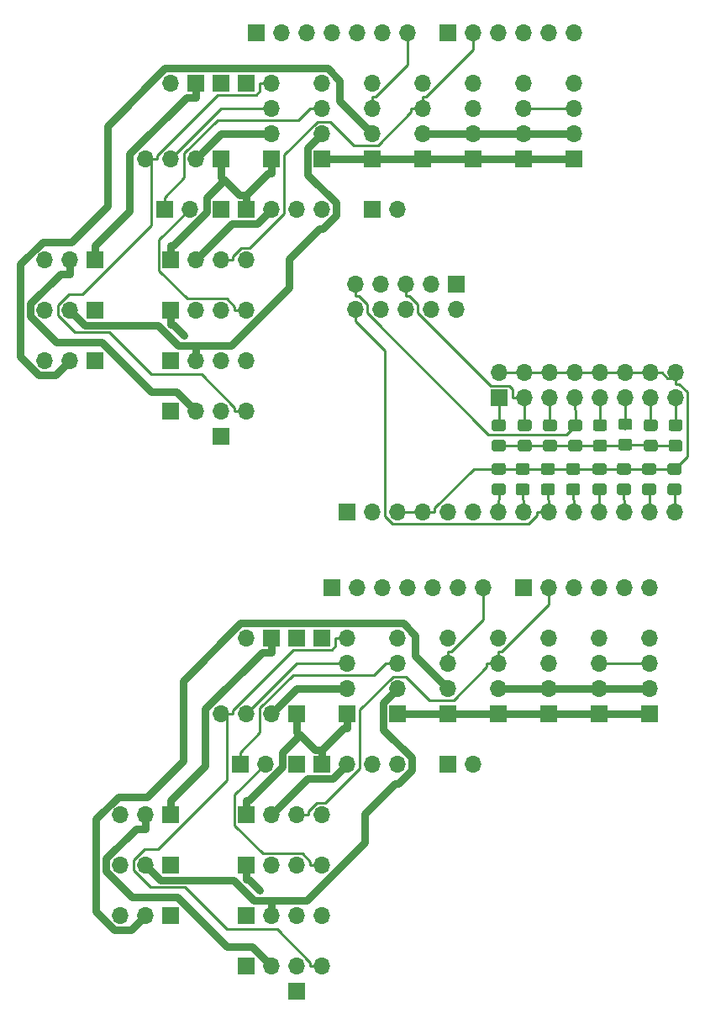
<source format=gbr>
G04 #@! TF.GenerationSoftware,KiCad,Pcbnew,5.0.1*
G04 #@! TF.CreationDate,2018-10-26T18:06:02+02:00*
G04 #@! TF.ProjectId,combine,636F6D62696E652E6B696361645F7063,rev?*
G04 #@! TF.SameCoordinates,Original*
G04 #@! TF.FileFunction,Copper,L1,Top,Mixed*
G04 #@! TF.FilePolarity,Positive*
%FSLAX46Y46*%
G04 Gerber Fmt 4.6, Leading zero omitted, Abs format (unit mm)*
G04 Created by KiCad (PCBNEW 5.0.1) date Fri 26 Oct 2018 06:06:02 PM CEST*
%MOMM*%
%LPD*%
G01*
G04 APERTURE LIST*
G04 #@! TA.AperFunction,ComponentPad*
%ADD10R,1.700000X1.700000*%
G04 #@! TD*
G04 #@! TA.AperFunction,ComponentPad*
%ADD11O,1.700000X1.700000*%
G04 #@! TD*
G04 #@! TA.AperFunction,Conductor*
%ADD12C,0.100000*%
G04 #@! TD*
G04 #@! TA.AperFunction,SMDPad,CuDef*
%ADD13C,1.150000*%
G04 #@! TD*
G04 #@! TA.AperFunction,ViaPad*
%ADD14C,0.800000*%
G04 #@! TD*
G04 #@! TA.AperFunction,Conductor*
%ADD15C,0.750000*%
G04 #@! TD*
G04 #@! TA.AperFunction,Conductor*
%ADD16C,0.250000*%
G04 #@! TD*
G04 APERTURE END LIST*
D10*
G04 #@! TO.P,J6123,1*
G04 #@! TO.N,/GND*
X88900000Y-58420000D03*
D11*
G04 #@! TO.P,J6123,2*
G04 #@! TO.N,/12V*
X88900000Y-55880000D03*
G04 #@! TO.P,J6123,3*
G04 #@! TO.N,/FAN6*
X88900000Y-53340000D03*
G04 #@! TO.P,J6123,4*
G04 #@! TO.N,/PWM6*
X88900000Y-50800000D03*
G04 #@! TD*
G04 #@! TO.P,J1123,4*
G04 #@! TO.N,/PWM1*
X45720000Y-58420000D03*
G04 #@! TO.P,J1123,3*
G04 #@! TO.N,/FAN1*
X48260000Y-58420000D03*
G04 #@! TO.P,J1123,2*
G04 #@! TO.N,/FAN_P1*
X50800000Y-58420000D03*
D10*
G04 #@! TO.P,J1123,1*
G04 #@! TO.N,/GND*
X53340000Y-58420000D03*
G04 #@! TD*
D11*
G04 #@! TO.P,J5123,4*
G04 #@! TO.N,/PWM5*
X63500000Y-63500000D03*
G04 #@! TO.P,J5123,3*
G04 #@! TO.N,/FAN5*
X60960000Y-63500000D03*
G04 #@! TO.P,J5123,2*
G04 #@! TO.N,/12V*
X58420000Y-63500000D03*
D10*
G04 #@! TO.P,J5123,1*
G04 #@! TO.N,/GND*
X55880000Y-63500000D03*
G04 #@! TD*
G04 #@! TO.P,J4123,1*
G04 #@! TO.N,/GND*
X48260000Y-68580000D03*
D11*
G04 #@! TO.P,J4123,2*
G04 #@! TO.N,/12V*
X50800000Y-68580000D03*
G04 #@! TO.P,J4123,3*
G04 #@! TO.N,/FAN4*
X53340000Y-68580000D03*
G04 #@! TO.P,J4123,4*
G04 #@! TO.N,/PWM4*
X55880000Y-68580000D03*
G04 #@! TD*
G04 #@! TO.P,J32,4*
G04 #@! TO.N,/PWM3*
X55880000Y-73660000D03*
G04 #@! TO.P,J32,3*
G04 #@! TO.N,/FAN3*
X53340000Y-73660000D03*
G04 #@! TO.P,J32,2*
G04 #@! TO.N,/FAN_P3*
X50800000Y-73660000D03*
D10*
G04 #@! TO.P,J32,1*
G04 #@! TO.N,/GND*
X48260000Y-73660000D03*
G04 #@! TD*
G04 #@! TO.P,J22,1*
G04 #@! TO.N,/GND*
X48260000Y-78740000D03*
D11*
G04 #@! TO.P,J22,2*
G04 #@! TO.N,/FAN_P2*
X50800000Y-78740000D03*
G04 #@! TO.P,J22,3*
G04 #@! TO.N,/FAN2*
X53340000Y-78740000D03*
G04 #@! TO.P,J22,4*
G04 #@! TO.N,/PWM2*
X55880000Y-78740000D03*
G04 #@! TD*
G04 #@! TO.P,J122,4*
G04 #@! TO.N,/PWM1*
X55880000Y-83820000D03*
G04 #@! TO.P,J122,3*
G04 #@! TO.N,/FAN1*
X53340000Y-83820000D03*
G04 #@! TO.P,J122,2*
G04 #@! TO.N,/FAN_P1*
X50800000Y-83820000D03*
D10*
G04 #@! TO.P,J122,1*
G04 #@! TO.N,/GND*
X48260000Y-83820000D03*
G04 #@! TD*
G04 #@! TO.P,J18,1*
G04 #@! TO.N,/GND*
X55880000Y-50800000D03*
G04 #@! TD*
G04 #@! TO.P,J17,1*
G04 #@! TO.N,Net-(J17-Pad1)*
X53340000Y-50800000D03*
G04 #@! TD*
G04 #@! TO.P,J16,1*
G04 #@! TO.N,/FAN3*
X53340000Y-86360000D03*
G04 #@! TD*
G04 #@! TO.P,J14,1*
G04 #@! TO.N,/PWM2*
X53340000Y-63500000D03*
G04 #@! TD*
D11*
G04 #@! TO.P,J15,2*
G04 #@! TO.N,/PWM3*
X50165000Y-63500000D03*
D10*
G04 #@! TO.P,J15,1*
G04 #@! TO.N,/FAN2*
X47625000Y-63500000D03*
G04 #@! TD*
G04 #@! TO.P,J13,1*
G04 #@! TO.N,/PWM1*
X68580000Y-63500000D03*
D11*
G04 #@! TO.P,J13,2*
G04 #@! TO.N,/FAN1*
X71120000Y-63500000D03*
G04 #@! TD*
D10*
G04 #@! TO.P,J11,1*
G04 #@! TO.N,/GND*
X56896000Y-45720000D03*
D11*
G04 #@! TO.P,J11,2*
G04 #@! TO.N,/PWM1*
X59436000Y-45720000D03*
G04 #@! TO.P,J11,3*
G04 #@! TO.N,/FAN1*
X61976000Y-45720000D03*
G04 #@! TO.P,J11,4*
G04 #@! TO.N,/PWM2*
X64516000Y-45720000D03*
G04 #@! TO.P,J11,5*
G04 #@! TO.N,/FAN2*
X67056000Y-45720000D03*
G04 #@! TO.P,J11,6*
G04 #@! TO.N,/PWM3*
X69596000Y-45720000D03*
G04 #@! TO.P,J11,7*
G04 #@! TO.N,/FAN3*
X72136000Y-45720000D03*
G04 #@! TD*
G04 #@! TO.P,J12,6*
G04 #@! TO.N,/FAN6*
X88900000Y-45720000D03*
G04 #@! TO.P,J12,5*
G04 #@! TO.N,/PWM6*
X86360000Y-45720000D03*
G04 #@! TO.P,J12,4*
G04 #@! TO.N,/FAN5*
X83820000Y-45720000D03*
G04 #@! TO.P,J12,3*
G04 #@! TO.N,/PWM5*
X81280000Y-45720000D03*
G04 #@! TO.P,J12,2*
G04 #@! TO.N,/FAN4*
X78740000Y-45720000D03*
D10*
G04 #@! TO.P,J12,1*
G04 #@! TO.N,/PWM4*
X76200000Y-45720000D03*
G04 #@! TD*
G04 #@! TO.P,J8,1*
G04 #@! TO.N,/12V*
X50800000Y-50800000D03*
D11*
G04 #@! TO.P,J8,2*
G04 #@! TO.N,/GND*
X48260000Y-50800000D03*
G04 #@! TD*
D10*
G04 #@! TO.P,J10,1*
G04 #@! TO.N,/12V*
X40640000Y-78740000D03*
D11*
G04 #@! TO.P,J10,2*
G04 #@! TO.N,/FAN_P3*
X38100000Y-78740000D03*
G04 #@! TO.P,J10,3*
G04 #@! TO.N,Net-(J10-Pad3)*
X35560000Y-78740000D03*
G04 #@! TD*
G04 #@! TO.P,J9,3*
G04 #@! TO.N,Net-(J9-Pad3)*
X35560000Y-73660000D03*
G04 #@! TO.P,J9,2*
G04 #@! TO.N,/FAN_P2*
X38100000Y-73660000D03*
D10*
G04 #@! TO.P,J9,1*
G04 #@! TO.N,/12V*
X40640000Y-73660000D03*
G04 #@! TD*
G04 #@! TO.P,J7,1*
G04 #@! TO.N,/12V*
X40640000Y-68580000D03*
D11*
G04 #@! TO.P,J7,2*
G04 #@! TO.N,/FAN_P1*
X38100000Y-68580000D03*
G04 #@! TO.P,J7,3*
G04 #@! TO.N,Net-(J7-Pad3)*
X35560000Y-68580000D03*
G04 #@! TD*
G04 #@! TO.P,J6,4*
G04 #@! TO.N,/PWM6*
X83820000Y-50800000D03*
G04 #@! TO.P,J6,3*
G04 #@! TO.N,/FAN6*
X83820000Y-53340000D03*
G04 #@! TO.P,J6,2*
G04 #@! TO.N,/12V*
X83820000Y-55880000D03*
D10*
G04 #@! TO.P,J6,1*
G04 #@! TO.N,/GND*
X83820000Y-58420000D03*
G04 #@! TD*
G04 #@! TO.P,J5,1*
G04 #@! TO.N,/GND*
X78740000Y-58420000D03*
D11*
G04 #@! TO.P,J5,2*
G04 #@! TO.N,/12V*
X78740000Y-55880000D03*
G04 #@! TO.P,J5,3*
G04 #@! TO.N,/FAN5*
X78740000Y-53340000D03*
G04 #@! TO.P,J5,4*
G04 #@! TO.N,/PWM5*
X78740000Y-50800000D03*
G04 #@! TD*
G04 #@! TO.P,J4,4*
G04 #@! TO.N,/PWM4*
X73660000Y-50800000D03*
G04 #@! TO.P,J4,3*
G04 #@! TO.N,/FAN4*
X73660000Y-53340000D03*
G04 #@! TO.P,J4,2*
G04 #@! TO.N,/12V*
X73660000Y-55880000D03*
D10*
G04 #@! TO.P,J4,1*
G04 #@! TO.N,/GND*
X73660000Y-58420000D03*
G04 #@! TD*
G04 #@! TO.P,J3,1*
G04 #@! TO.N,/GND*
X68580000Y-58420000D03*
D11*
G04 #@! TO.P,J3,2*
G04 #@! TO.N,/FAN_P3*
X68580000Y-55880000D03*
G04 #@! TO.P,J3,3*
G04 #@! TO.N,/FAN3*
X68580000Y-53340000D03*
G04 #@! TO.P,J3,4*
G04 #@! TO.N,/PWM3*
X68580000Y-50800000D03*
G04 #@! TD*
G04 #@! TO.P,J2,4*
G04 #@! TO.N,/PWM2*
X63500000Y-50800000D03*
G04 #@! TO.P,J2,3*
G04 #@! TO.N,/FAN2*
X63500000Y-53340000D03*
G04 #@! TO.P,J2,2*
G04 #@! TO.N,/FAN_P2*
X63500000Y-55880000D03*
D10*
G04 #@! TO.P,J2,1*
G04 #@! TO.N,/GND*
X63500000Y-58420000D03*
G04 #@! TD*
G04 #@! TO.P,J1,1*
G04 #@! TO.N,/GND*
X58420000Y-58420000D03*
D11*
G04 #@! TO.P,J1,2*
G04 #@! TO.N,/FAN_P1*
X58420000Y-55880000D03*
G04 #@! TO.P,J1,3*
G04 #@! TO.N,/FAN1*
X58420000Y-53340000D03*
G04 #@! TO.P,J1,4*
G04 #@! TO.N,/PWM1*
X58420000Y-50800000D03*
G04 #@! TD*
D12*
G04 #@! TO.N,GND*
G04 #@! TO.C,C2*
G36*
X84194505Y-89071204D02*
X84218773Y-89074804D01*
X84242572Y-89080765D01*
X84265671Y-89089030D01*
X84287850Y-89099520D01*
X84308893Y-89112132D01*
X84328599Y-89126747D01*
X84346777Y-89143223D01*
X84363253Y-89161401D01*
X84377868Y-89181107D01*
X84390480Y-89202150D01*
X84400970Y-89224329D01*
X84409235Y-89247428D01*
X84415196Y-89271227D01*
X84418796Y-89295495D01*
X84420000Y-89319999D01*
X84420000Y-89970001D01*
X84418796Y-89994505D01*
X84415196Y-90018773D01*
X84409235Y-90042572D01*
X84400970Y-90065671D01*
X84390480Y-90087850D01*
X84377868Y-90108893D01*
X84363253Y-90128599D01*
X84346777Y-90146777D01*
X84328599Y-90163253D01*
X84308893Y-90177868D01*
X84287850Y-90190480D01*
X84265671Y-90200970D01*
X84242572Y-90209235D01*
X84218773Y-90215196D01*
X84194505Y-90218796D01*
X84170001Y-90220000D01*
X83269999Y-90220000D01*
X83245495Y-90218796D01*
X83221227Y-90215196D01*
X83197428Y-90209235D01*
X83174329Y-90200970D01*
X83152150Y-90190480D01*
X83131107Y-90177868D01*
X83111401Y-90163253D01*
X83093223Y-90146777D01*
X83076747Y-90128599D01*
X83062132Y-90108893D01*
X83049520Y-90087850D01*
X83039030Y-90065671D01*
X83030765Y-90042572D01*
X83024804Y-90018773D01*
X83021204Y-89994505D01*
X83020000Y-89970001D01*
X83020000Y-89319999D01*
X83021204Y-89295495D01*
X83024804Y-89271227D01*
X83030765Y-89247428D01*
X83039030Y-89224329D01*
X83049520Y-89202150D01*
X83062132Y-89181107D01*
X83076747Y-89161401D01*
X83093223Y-89143223D01*
X83111401Y-89126747D01*
X83131107Y-89112132D01*
X83152150Y-89099520D01*
X83174329Y-89089030D01*
X83197428Y-89080765D01*
X83221227Y-89074804D01*
X83245495Y-89071204D01*
X83269999Y-89070000D01*
X84170001Y-89070000D01*
X84194505Y-89071204D01*
X84194505Y-89071204D01*
G37*
D13*
G04 #@! TD*
G04 #@! TO.P,C2,2*
G04 #@! TO.N,GND*
X83720000Y-89645000D03*
D12*
G04 #@! TO.N,/A1*
G04 #@! TO.C,C2*
G36*
X84194505Y-91121204D02*
X84218773Y-91124804D01*
X84242572Y-91130765D01*
X84265671Y-91139030D01*
X84287850Y-91149520D01*
X84308893Y-91162132D01*
X84328599Y-91176747D01*
X84346777Y-91193223D01*
X84363253Y-91211401D01*
X84377868Y-91231107D01*
X84390480Y-91252150D01*
X84400970Y-91274329D01*
X84409235Y-91297428D01*
X84415196Y-91321227D01*
X84418796Y-91345495D01*
X84420000Y-91369999D01*
X84420000Y-92020001D01*
X84418796Y-92044505D01*
X84415196Y-92068773D01*
X84409235Y-92092572D01*
X84400970Y-92115671D01*
X84390480Y-92137850D01*
X84377868Y-92158893D01*
X84363253Y-92178599D01*
X84346777Y-92196777D01*
X84328599Y-92213253D01*
X84308893Y-92227868D01*
X84287850Y-92240480D01*
X84265671Y-92250970D01*
X84242572Y-92259235D01*
X84218773Y-92265196D01*
X84194505Y-92268796D01*
X84170001Y-92270000D01*
X83269999Y-92270000D01*
X83245495Y-92268796D01*
X83221227Y-92265196D01*
X83197428Y-92259235D01*
X83174329Y-92250970D01*
X83152150Y-92240480D01*
X83131107Y-92227868D01*
X83111401Y-92213253D01*
X83093223Y-92196777D01*
X83076747Y-92178599D01*
X83062132Y-92158893D01*
X83049520Y-92137850D01*
X83039030Y-92115671D01*
X83030765Y-92092572D01*
X83024804Y-92068773D01*
X83021204Y-92044505D01*
X83020000Y-92020001D01*
X83020000Y-91369999D01*
X83021204Y-91345495D01*
X83024804Y-91321227D01*
X83030765Y-91297428D01*
X83039030Y-91274329D01*
X83049520Y-91252150D01*
X83062132Y-91231107D01*
X83076747Y-91211401D01*
X83093223Y-91193223D01*
X83111401Y-91176747D01*
X83131107Y-91162132D01*
X83152150Y-91149520D01*
X83174329Y-91139030D01*
X83197428Y-91130765D01*
X83221227Y-91124804D01*
X83245495Y-91121204D01*
X83269999Y-91120000D01*
X84170001Y-91120000D01*
X84194505Y-91121204D01*
X84194505Y-91121204D01*
G37*
D13*
G04 #@! TD*
G04 #@! TO.P,C2,1*
G04 #@! TO.N,/A1*
X83720000Y-91695000D03*
D12*
G04 #@! TO.N,/A11*
G04 #@! TO.C,C3*
G36*
X86744505Y-91121204D02*
X86768773Y-91124804D01*
X86792572Y-91130765D01*
X86815671Y-91139030D01*
X86837850Y-91149520D01*
X86858893Y-91162132D01*
X86878599Y-91176747D01*
X86896777Y-91193223D01*
X86913253Y-91211401D01*
X86927868Y-91231107D01*
X86940480Y-91252150D01*
X86950970Y-91274329D01*
X86959235Y-91297428D01*
X86965196Y-91321227D01*
X86968796Y-91345495D01*
X86970000Y-91369999D01*
X86970000Y-92020001D01*
X86968796Y-92044505D01*
X86965196Y-92068773D01*
X86959235Y-92092572D01*
X86950970Y-92115671D01*
X86940480Y-92137850D01*
X86927868Y-92158893D01*
X86913253Y-92178599D01*
X86896777Y-92196777D01*
X86878599Y-92213253D01*
X86858893Y-92227868D01*
X86837850Y-92240480D01*
X86815671Y-92250970D01*
X86792572Y-92259235D01*
X86768773Y-92265196D01*
X86744505Y-92268796D01*
X86720001Y-92270000D01*
X85819999Y-92270000D01*
X85795495Y-92268796D01*
X85771227Y-92265196D01*
X85747428Y-92259235D01*
X85724329Y-92250970D01*
X85702150Y-92240480D01*
X85681107Y-92227868D01*
X85661401Y-92213253D01*
X85643223Y-92196777D01*
X85626747Y-92178599D01*
X85612132Y-92158893D01*
X85599520Y-92137850D01*
X85589030Y-92115671D01*
X85580765Y-92092572D01*
X85574804Y-92068773D01*
X85571204Y-92044505D01*
X85570000Y-92020001D01*
X85570000Y-91369999D01*
X85571204Y-91345495D01*
X85574804Y-91321227D01*
X85580765Y-91297428D01*
X85589030Y-91274329D01*
X85599520Y-91252150D01*
X85612132Y-91231107D01*
X85626747Y-91211401D01*
X85643223Y-91193223D01*
X85661401Y-91176747D01*
X85681107Y-91162132D01*
X85702150Y-91149520D01*
X85724329Y-91139030D01*
X85747428Y-91130765D01*
X85771227Y-91124804D01*
X85795495Y-91121204D01*
X85819999Y-91120000D01*
X86720001Y-91120000D01*
X86744505Y-91121204D01*
X86744505Y-91121204D01*
G37*
D13*
G04 #@! TD*
G04 #@! TO.P,C3,1*
G04 #@! TO.N,/A11*
X86270000Y-91695000D03*
D12*
G04 #@! TO.N,GND*
G04 #@! TO.C,C3*
G36*
X86744505Y-89071204D02*
X86768773Y-89074804D01*
X86792572Y-89080765D01*
X86815671Y-89089030D01*
X86837850Y-89099520D01*
X86858893Y-89112132D01*
X86878599Y-89126747D01*
X86896777Y-89143223D01*
X86913253Y-89161401D01*
X86927868Y-89181107D01*
X86940480Y-89202150D01*
X86950970Y-89224329D01*
X86959235Y-89247428D01*
X86965196Y-89271227D01*
X86968796Y-89295495D01*
X86970000Y-89319999D01*
X86970000Y-89970001D01*
X86968796Y-89994505D01*
X86965196Y-90018773D01*
X86959235Y-90042572D01*
X86950970Y-90065671D01*
X86940480Y-90087850D01*
X86927868Y-90108893D01*
X86913253Y-90128599D01*
X86896777Y-90146777D01*
X86878599Y-90163253D01*
X86858893Y-90177868D01*
X86837850Y-90190480D01*
X86815671Y-90200970D01*
X86792572Y-90209235D01*
X86768773Y-90215196D01*
X86744505Y-90218796D01*
X86720001Y-90220000D01*
X85819999Y-90220000D01*
X85795495Y-90218796D01*
X85771227Y-90215196D01*
X85747428Y-90209235D01*
X85724329Y-90200970D01*
X85702150Y-90190480D01*
X85681107Y-90177868D01*
X85661401Y-90163253D01*
X85643223Y-90146777D01*
X85626747Y-90128599D01*
X85612132Y-90108893D01*
X85599520Y-90087850D01*
X85589030Y-90065671D01*
X85580765Y-90042572D01*
X85574804Y-90018773D01*
X85571204Y-89994505D01*
X85570000Y-89970001D01*
X85570000Y-89319999D01*
X85571204Y-89295495D01*
X85574804Y-89271227D01*
X85580765Y-89247428D01*
X85589030Y-89224329D01*
X85599520Y-89202150D01*
X85612132Y-89181107D01*
X85626747Y-89161401D01*
X85643223Y-89143223D01*
X85661401Y-89126747D01*
X85681107Y-89112132D01*
X85702150Y-89099520D01*
X85724329Y-89089030D01*
X85747428Y-89080765D01*
X85771227Y-89074804D01*
X85795495Y-89071204D01*
X85819999Y-89070000D01*
X86720001Y-89070000D01*
X86744505Y-89071204D01*
X86744505Y-89071204D01*
G37*
D13*
G04 #@! TD*
G04 #@! TO.P,C3,2*
G04 #@! TO.N,GND*
X86270000Y-89645000D03*
D12*
G04 #@! TO.N,GND*
G04 #@! TO.C,C4*
G36*
X89294505Y-89071204D02*
X89318773Y-89074804D01*
X89342572Y-89080765D01*
X89365671Y-89089030D01*
X89387850Y-89099520D01*
X89408893Y-89112132D01*
X89428599Y-89126747D01*
X89446777Y-89143223D01*
X89463253Y-89161401D01*
X89477868Y-89181107D01*
X89490480Y-89202150D01*
X89500970Y-89224329D01*
X89509235Y-89247428D01*
X89515196Y-89271227D01*
X89518796Y-89295495D01*
X89520000Y-89319999D01*
X89520000Y-89970001D01*
X89518796Y-89994505D01*
X89515196Y-90018773D01*
X89509235Y-90042572D01*
X89500970Y-90065671D01*
X89490480Y-90087850D01*
X89477868Y-90108893D01*
X89463253Y-90128599D01*
X89446777Y-90146777D01*
X89428599Y-90163253D01*
X89408893Y-90177868D01*
X89387850Y-90190480D01*
X89365671Y-90200970D01*
X89342572Y-90209235D01*
X89318773Y-90215196D01*
X89294505Y-90218796D01*
X89270001Y-90220000D01*
X88369999Y-90220000D01*
X88345495Y-90218796D01*
X88321227Y-90215196D01*
X88297428Y-90209235D01*
X88274329Y-90200970D01*
X88252150Y-90190480D01*
X88231107Y-90177868D01*
X88211401Y-90163253D01*
X88193223Y-90146777D01*
X88176747Y-90128599D01*
X88162132Y-90108893D01*
X88149520Y-90087850D01*
X88139030Y-90065671D01*
X88130765Y-90042572D01*
X88124804Y-90018773D01*
X88121204Y-89994505D01*
X88120000Y-89970001D01*
X88120000Y-89319999D01*
X88121204Y-89295495D01*
X88124804Y-89271227D01*
X88130765Y-89247428D01*
X88139030Y-89224329D01*
X88149520Y-89202150D01*
X88162132Y-89181107D01*
X88176747Y-89161401D01*
X88193223Y-89143223D01*
X88211401Y-89126747D01*
X88231107Y-89112132D01*
X88252150Y-89099520D01*
X88274329Y-89089030D01*
X88297428Y-89080765D01*
X88321227Y-89074804D01*
X88345495Y-89071204D01*
X88369999Y-89070000D01*
X89270001Y-89070000D01*
X89294505Y-89071204D01*
X89294505Y-89071204D01*
G37*
D13*
G04 #@! TD*
G04 #@! TO.P,C4,2*
G04 #@! TO.N,GND*
X88820000Y-89645000D03*
D12*
G04 #@! TO.N,/A12*
G04 #@! TO.C,C4*
G36*
X89294505Y-91121204D02*
X89318773Y-91124804D01*
X89342572Y-91130765D01*
X89365671Y-91139030D01*
X89387850Y-91149520D01*
X89408893Y-91162132D01*
X89428599Y-91176747D01*
X89446777Y-91193223D01*
X89463253Y-91211401D01*
X89477868Y-91231107D01*
X89490480Y-91252150D01*
X89500970Y-91274329D01*
X89509235Y-91297428D01*
X89515196Y-91321227D01*
X89518796Y-91345495D01*
X89520000Y-91369999D01*
X89520000Y-92020001D01*
X89518796Y-92044505D01*
X89515196Y-92068773D01*
X89509235Y-92092572D01*
X89500970Y-92115671D01*
X89490480Y-92137850D01*
X89477868Y-92158893D01*
X89463253Y-92178599D01*
X89446777Y-92196777D01*
X89428599Y-92213253D01*
X89408893Y-92227868D01*
X89387850Y-92240480D01*
X89365671Y-92250970D01*
X89342572Y-92259235D01*
X89318773Y-92265196D01*
X89294505Y-92268796D01*
X89270001Y-92270000D01*
X88369999Y-92270000D01*
X88345495Y-92268796D01*
X88321227Y-92265196D01*
X88297428Y-92259235D01*
X88274329Y-92250970D01*
X88252150Y-92240480D01*
X88231107Y-92227868D01*
X88211401Y-92213253D01*
X88193223Y-92196777D01*
X88176747Y-92178599D01*
X88162132Y-92158893D01*
X88149520Y-92137850D01*
X88139030Y-92115671D01*
X88130765Y-92092572D01*
X88124804Y-92068773D01*
X88121204Y-92044505D01*
X88120000Y-92020001D01*
X88120000Y-91369999D01*
X88121204Y-91345495D01*
X88124804Y-91321227D01*
X88130765Y-91297428D01*
X88139030Y-91274329D01*
X88149520Y-91252150D01*
X88162132Y-91231107D01*
X88176747Y-91211401D01*
X88193223Y-91193223D01*
X88211401Y-91176747D01*
X88231107Y-91162132D01*
X88252150Y-91149520D01*
X88274329Y-91139030D01*
X88297428Y-91130765D01*
X88321227Y-91124804D01*
X88345495Y-91121204D01*
X88369999Y-91120000D01*
X89270001Y-91120000D01*
X89294505Y-91121204D01*
X89294505Y-91121204D01*
G37*
D13*
G04 #@! TD*
G04 #@! TO.P,C4,1*
G04 #@! TO.N,/A12*
X88820000Y-91695000D03*
D12*
G04 #@! TO.N,/A4*
G04 #@! TO.C,C5*
G36*
X91944505Y-91121204D02*
X91968773Y-91124804D01*
X91992572Y-91130765D01*
X92015671Y-91139030D01*
X92037850Y-91149520D01*
X92058893Y-91162132D01*
X92078599Y-91176747D01*
X92096777Y-91193223D01*
X92113253Y-91211401D01*
X92127868Y-91231107D01*
X92140480Y-91252150D01*
X92150970Y-91274329D01*
X92159235Y-91297428D01*
X92165196Y-91321227D01*
X92168796Y-91345495D01*
X92170000Y-91369999D01*
X92170000Y-92020001D01*
X92168796Y-92044505D01*
X92165196Y-92068773D01*
X92159235Y-92092572D01*
X92150970Y-92115671D01*
X92140480Y-92137850D01*
X92127868Y-92158893D01*
X92113253Y-92178599D01*
X92096777Y-92196777D01*
X92078599Y-92213253D01*
X92058893Y-92227868D01*
X92037850Y-92240480D01*
X92015671Y-92250970D01*
X91992572Y-92259235D01*
X91968773Y-92265196D01*
X91944505Y-92268796D01*
X91920001Y-92270000D01*
X91019999Y-92270000D01*
X90995495Y-92268796D01*
X90971227Y-92265196D01*
X90947428Y-92259235D01*
X90924329Y-92250970D01*
X90902150Y-92240480D01*
X90881107Y-92227868D01*
X90861401Y-92213253D01*
X90843223Y-92196777D01*
X90826747Y-92178599D01*
X90812132Y-92158893D01*
X90799520Y-92137850D01*
X90789030Y-92115671D01*
X90780765Y-92092572D01*
X90774804Y-92068773D01*
X90771204Y-92044505D01*
X90770000Y-92020001D01*
X90770000Y-91369999D01*
X90771204Y-91345495D01*
X90774804Y-91321227D01*
X90780765Y-91297428D01*
X90789030Y-91274329D01*
X90799520Y-91252150D01*
X90812132Y-91231107D01*
X90826747Y-91211401D01*
X90843223Y-91193223D01*
X90861401Y-91176747D01*
X90881107Y-91162132D01*
X90902150Y-91149520D01*
X90924329Y-91139030D01*
X90947428Y-91130765D01*
X90971227Y-91124804D01*
X90995495Y-91121204D01*
X91019999Y-91120000D01*
X91920001Y-91120000D01*
X91944505Y-91121204D01*
X91944505Y-91121204D01*
G37*
D13*
G04 #@! TD*
G04 #@! TO.P,C5,1*
G04 #@! TO.N,/A4*
X91470000Y-91695000D03*
D12*
G04 #@! TO.N,GND*
G04 #@! TO.C,C5*
G36*
X91944505Y-89071204D02*
X91968773Y-89074804D01*
X91992572Y-89080765D01*
X92015671Y-89089030D01*
X92037850Y-89099520D01*
X92058893Y-89112132D01*
X92078599Y-89126747D01*
X92096777Y-89143223D01*
X92113253Y-89161401D01*
X92127868Y-89181107D01*
X92140480Y-89202150D01*
X92150970Y-89224329D01*
X92159235Y-89247428D01*
X92165196Y-89271227D01*
X92168796Y-89295495D01*
X92170000Y-89319999D01*
X92170000Y-89970001D01*
X92168796Y-89994505D01*
X92165196Y-90018773D01*
X92159235Y-90042572D01*
X92150970Y-90065671D01*
X92140480Y-90087850D01*
X92127868Y-90108893D01*
X92113253Y-90128599D01*
X92096777Y-90146777D01*
X92078599Y-90163253D01*
X92058893Y-90177868D01*
X92037850Y-90190480D01*
X92015671Y-90200970D01*
X91992572Y-90209235D01*
X91968773Y-90215196D01*
X91944505Y-90218796D01*
X91920001Y-90220000D01*
X91019999Y-90220000D01*
X90995495Y-90218796D01*
X90971227Y-90215196D01*
X90947428Y-90209235D01*
X90924329Y-90200970D01*
X90902150Y-90190480D01*
X90881107Y-90177868D01*
X90861401Y-90163253D01*
X90843223Y-90146777D01*
X90826747Y-90128599D01*
X90812132Y-90108893D01*
X90799520Y-90087850D01*
X90789030Y-90065671D01*
X90780765Y-90042572D01*
X90774804Y-90018773D01*
X90771204Y-89994505D01*
X90770000Y-89970001D01*
X90770000Y-89319999D01*
X90771204Y-89295495D01*
X90774804Y-89271227D01*
X90780765Y-89247428D01*
X90789030Y-89224329D01*
X90799520Y-89202150D01*
X90812132Y-89181107D01*
X90826747Y-89161401D01*
X90843223Y-89143223D01*
X90861401Y-89126747D01*
X90881107Y-89112132D01*
X90902150Y-89099520D01*
X90924329Y-89089030D01*
X90947428Y-89080765D01*
X90971227Y-89074804D01*
X90995495Y-89071204D01*
X91019999Y-89070000D01*
X91920001Y-89070000D01*
X91944505Y-89071204D01*
X91944505Y-89071204D01*
G37*
D13*
G04 #@! TD*
G04 #@! TO.P,C5,2*
G04 #@! TO.N,GND*
X91470000Y-89645000D03*
D12*
G04 #@! TO.N,GND*
G04 #@! TO.C,C6*
G36*
X94394505Y-89071204D02*
X94418773Y-89074804D01*
X94442572Y-89080765D01*
X94465671Y-89089030D01*
X94487850Y-89099520D01*
X94508893Y-89112132D01*
X94528599Y-89126747D01*
X94546777Y-89143223D01*
X94563253Y-89161401D01*
X94577868Y-89181107D01*
X94590480Y-89202150D01*
X94600970Y-89224329D01*
X94609235Y-89247428D01*
X94615196Y-89271227D01*
X94618796Y-89295495D01*
X94620000Y-89319999D01*
X94620000Y-89970001D01*
X94618796Y-89994505D01*
X94615196Y-90018773D01*
X94609235Y-90042572D01*
X94600970Y-90065671D01*
X94590480Y-90087850D01*
X94577868Y-90108893D01*
X94563253Y-90128599D01*
X94546777Y-90146777D01*
X94528599Y-90163253D01*
X94508893Y-90177868D01*
X94487850Y-90190480D01*
X94465671Y-90200970D01*
X94442572Y-90209235D01*
X94418773Y-90215196D01*
X94394505Y-90218796D01*
X94370001Y-90220000D01*
X93469999Y-90220000D01*
X93445495Y-90218796D01*
X93421227Y-90215196D01*
X93397428Y-90209235D01*
X93374329Y-90200970D01*
X93352150Y-90190480D01*
X93331107Y-90177868D01*
X93311401Y-90163253D01*
X93293223Y-90146777D01*
X93276747Y-90128599D01*
X93262132Y-90108893D01*
X93249520Y-90087850D01*
X93239030Y-90065671D01*
X93230765Y-90042572D01*
X93224804Y-90018773D01*
X93221204Y-89994505D01*
X93220000Y-89970001D01*
X93220000Y-89319999D01*
X93221204Y-89295495D01*
X93224804Y-89271227D01*
X93230765Y-89247428D01*
X93239030Y-89224329D01*
X93249520Y-89202150D01*
X93262132Y-89181107D01*
X93276747Y-89161401D01*
X93293223Y-89143223D01*
X93311401Y-89126747D01*
X93331107Y-89112132D01*
X93352150Y-89099520D01*
X93374329Y-89089030D01*
X93397428Y-89080765D01*
X93421227Y-89074804D01*
X93445495Y-89071204D01*
X93469999Y-89070000D01*
X94370001Y-89070000D01*
X94394505Y-89071204D01*
X94394505Y-89071204D01*
G37*
D13*
G04 #@! TD*
G04 #@! TO.P,C6,2*
G04 #@! TO.N,GND*
X93920000Y-89645000D03*
D12*
G04 #@! TO.N,/A5*
G04 #@! TO.C,C6*
G36*
X94394505Y-91121204D02*
X94418773Y-91124804D01*
X94442572Y-91130765D01*
X94465671Y-91139030D01*
X94487850Y-91149520D01*
X94508893Y-91162132D01*
X94528599Y-91176747D01*
X94546777Y-91193223D01*
X94563253Y-91211401D01*
X94577868Y-91231107D01*
X94590480Y-91252150D01*
X94600970Y-91274329D01*
X94609235Y-91297428D01*
X94615196Y-91321227D01*
X94618796Y-91345495D01*
X94620000Y-91369999D01*
X94620000Y-92020001D01*
X94618796Y-92044505D01*
X94615196Y-92068773D01*
X94609235Y-92092572D01*
X94600970Y-92115671D01*
X94590480Y-92137850D01*
X94577868Y-92158893D01*
X94563253Y-92178599D01*
X94546777Y-92196777D01*
X94528599Y-92213253D01*
X94508893Y-92227868D01*
X94487850Y-92240480D01*
X94465671Y-92250970D01*
X94442572Y-92259235D01*
X94418773Y-92265196D01*
X94394505Y-92268796D01*
X94370001Y-92270000D01*
X93469999Y-92270000D01*
X93445495Y-92268796D01*
X93421227Y-92265196D01*
X93397428Y-92259235D01*
X93374329Y-92250970D01*
X93352150Y-92240480D01*
X93331107Y-92227868D01*
X93311401Y-92213253D01*
X93293223Y-92196777D01*
X93276747Y-92178599D01*
X93262132Y-92158893D01*
X93249520Y-92137850D01*
X93239030Y-92115671D01*
X93230765Y-92092572D01*
X93224804Y-92068773D01*
X93221204Y-92044505D01*
X93220000Y-92020001D01*
X93220000Y-91369999D01*
X93221204Y-91345495D01*
X93224804Y-91321227D01*
X93230765Y-91297428D01*
X93239030Y-91274329D01*
X93249520Y-91252150D01*
X93262132Y-91231107D01*
X93276747Y-91211401D01*
X93293223Y-91193223D01*
X93311401Y-91176747D01*
X93331107Y-91162132D01*
X93352150Y-91149520D01*
X93374329Y-91139030D01*
X93397428Y-91130765D01*
X93421227Y-91124804D01*
X93445495Y-91121204D01*
X93469999Y-91120000D01*
X94370001Y-91120000D01*
X94394505Y-91121204D01*
X94394505Y-91121204D01*
G37*
D13*
G04 #@! TD*
G04 #@! TO.P,C6,1*
G04 #@! TO.N,/A5*
X93920000Y-91695000D03*
D12*
G04 #@! TO.N,/A6*
G04 #@! TO.C,C7*
G36*
X96944505Y-91121204D02*
X96968773Y-91124804D01*
X96992572Y-91130765D01*
X97015671Y-91139030D01*
X97037850Y-91149520D01*
X97058893Y-91162132D01*
X97078599Y-91176747D01*
X97096777Y-91193223D01*
X97113253Y-91211401D01*
X97127868Y-91231107D01*
X97140480Y-91252150D01*
X97150970Y-91274329D01*
X97159235Y-91297428D01*
X97165196Y-91321227D01*
X97168796Y-91345495D01*
X97170000Y-91369999D01*
X97170000Y-92020001D01*
X97168796Y-92044505D01*
X97165196Y-92068773D01*
X97159235Y-92092572D01*
X97150970Y-92115671D01*
X97140480Y-92137850D01*
X97127868Y-92158893D01*
X97113253Y-92178599D01*
X97096777Y-92196777D01*
X97078599Y-92213253D01*
X97058893Y-92227868D01*
X97037850Y-92240480D01*
X97015671Y-92250970D01*
X96992572Y-92259235D01*
X96968773Y-92265196D01*
X96944505Y-92268796D01*
X96920001Y-92270000D01*
X96019999Y-92270000D01*
X95995495Y-92268796D01*
X95971227Y-92265196D01*
X95947428Y-92259235D01*
X95924329Y-92250970D01*
X95902150Y-92240480D01*
X95881107Y-92227868D01*
X95861401Y-92213253D01*
X95843223Y-92196777D01*
X95826747Y-92178599D01*
X95812132Y-92158893D01*
X95799520Y-92137850D01*
X95789030Y-92115671D01*
X95780765Y-92092572D01*
X95774804Y-92068773D01*
X95771204Y-92044505D01*
X95770000Y-92020001D01*
X95770000Y-91369999D01*
X95771204Y-91345495D01*
X95774804Y-91321227D01*
X95780765Y-91297428D01*
X95789030Y-91274329D01*
X95799520Y-91252150D01*
X95812132Y-91231107D01*
X95826747Y-91211401D01*
X95843223Y-91193223D01*
X95861401Y-91176747D01*
X95881107Y-91162132D01*
X95902150Y-91149520D01*
X95924329Y-91139030D01*
X95947428Y-91130765D01*
X95971227Y-91124804D01*
X95995495Y-91121204D01*
X96019999Y-91120000D01*
X96920001Y-91120000D01*
X96944505Y-91121204D01*
X96944505Y-91121204D01*
G37*
D13*
G04 #@! TD*
G04 #@! TO.P,C7,1*
G04 #@! TO.N,/A6*
X96470000Y-91695000D03*
D12*
G04 #@! TO.N,GND*
G04 #@! TO.C,C7*
G36*
X96944505Y-89071204D02*
X96968773Y-89074804D01*
X96992572Y-89080765D01*
X97015671Y-89089030D01*
X97037850Y-89099520D01*
X97058893Y-89112132D01*
X97078599Y-89126747D01*
X97096777Y-89143223D01*
X97113253Y-89161401D01*
X97127868Y-89181107D01*
X97140480Y-89202150D01*
X97150970Y-89224329D01*
X97159235Y-89247428D01*
X97165196Y-89271227D01*
X97168796Y-89295495D01*
X97170000Y-89319999D01*
X97170000Y-89970001D01*
X97168796Y-89994505D01*
X97165196Y-90018773D01*
X97159235Y-90042572D01*
X97150970Y-90065671D01*
X97140480Y-90087850D01*
X97127868Y-90108893D01*
X97113253Y-90128599D01*
X97096777Y-90146777D01*
X97078599Y-90163253D01*
X97058893Y-90177868D01*
X97037850Y-90190480D01*
X97015671Y-90200970D01*
X96992572Y-90209235D01*
X96968773Y-90215196D01*
X96944505Y-90218796D01*
X96920001Y-90220000D01*
X96019999Y-90220000D01*
X95995495Y-90218796D01*
X95971227Y-90215196D01*
X95947428Y-90209235D01*
X95924329Y-90200970D01*
X95902150Y-90190480D01*
X95881107Y-90177868D01*
X95861401Y-90163253D01*
X95843223Y-90146777D01*
X95826747Y-90128599D01*
X95812132Y-90108893D01*
X95799520Y-90087850D01*
X95789030Y-90065671D01*
X95780765Y-90042572D01*
X95774804Y-90018773D01*
X95771204Y-89994505D01*
X95770000Y-89970001D01*
X95770000Y-89319999D01*
X95771204Y-89295495D01*
X95774804Y-89271227D01*
X95780765Y-89247428D01*
X95789030Y-89224329D01*
X95799520Y-89202150D01*
X95812132Y-89181107D01*
X95826747Y-89161401D01*
X95843223Y-89143223D01*
X95861401Y-89126747D01*
X95881107Y-89112132D01*
X95902150Y-89099520D01*
X95924329Y-89089030D01*
X95947428Y-89080765D01*
X95971227Y-89074804D01*
X95995495Y-89071204D01*
X96019999Y-89070000D01*
X96920001Y-89070000D01*
X96944505Y-89071204D01*
X96944505Y-89071204D01*
G37*
D13*
G04 #@! TD*
G04 #@! TO.P,C7,2*
G04 #@! TO.N,GND*
X96470000Y-89645000D03*
D12*
G04 #@! TO.N,GND*
G04 #@! TO.C,C8*
G36*
X99494505Y-89071204D02*
X99518773Y-89074804D01*
X99542572Y-89080765D01*
X99565671Y-89089030D01*
X99587850Y-89099520D01*
X99608893Y-89112132D01*
X99628599Y-89126747D01*
X99646777Y-89143223D01*
X99663253Y-89161401D01*
X99677868Y-89181107D01*
X99690480Y-89202150D01*
X99700970Y-89224329D01*
X99709235Y-89247428D01*
X99715196Y-89271227D01*
X99718796Y-89295495D01*
X99720000Y-89319999D01*
X99720000Y-89970001D01*
X99718796Y-89994505D01*
X99715196Y-90018773D01*
X99709235Y-90042572D01*
X99700970Y-90065671D01*
X99690480Y-90087850D01*
X99677868Y-90108893D01*
X99663253Y-90128599D01*
X99646777Y-90146777D01*
X99628599Y-90163253D01*
X99608893Y-90177868D01*
X99587850Y-90190480D01*
X99565671Y-90200970D01*
X99542572Y-90209235D01*
X99518773Y-90215196D01*
X99494505Y-90218796D01*
X99470001Y-90220000D01*
X98569999Y-90220000D01*
X98545495Y-90218796D01*
X98521227Y-90215196D01*
X98497428Y-90209235D01*
X98474329Y-90200970D01*
X98452150Y-90190480D01*
X98431107Y-90177868D01*
X98411401Y-90163253D01*
X98393223Y-90146777D01*
X98376747Y-90128599D01*
X98362132Y-90108893D01*
X98349520Y-90087850D01*
X98339030Y-90065671D01*
X98330765Y-90042572D01*
X98324804Y-90018773D01*
X98321204Y-89994505D01*
X98320000Y-89970001D01*
X98320000Y-89319999D01*
X98321204Y-89295495D01*
X98324804Y-89271227D01*
X98330765Y-89247428D01*
X98339030Y-89224329D01*
X98349520Y-89202150D01*
X98362132Y-89181107D01*
X98376747Y-89161401D01*
X98393223Y-89143223D01*
X98411401Y-89126747D01*
X98431107Y-89112132D01*
X98452150Y-89099520D01*
X98474329Y-89089030D01*
X98497428Y-89080765D01*
X98521227Y-89074804D01*
X98545495Y-89071204D01*
X98569999Y-89070000D01*
X99470001Y-89070000D01*
X99494505Y-89071204D01*
X99494505Y-89071204D01*
G37*
D13*
G04 #@! TD*
G04 #@! TO.P,C8,2*
G04 #@! TO.N,GND*
X99020000Y-89645000D03*
D12*
G04 #@! TO.N,/A7*
G04 #@! TO.C,C8*
G36*
X99494505Y-91121204D02*
X99518773Y-91124804D01*
X99542572Y-91130765D01*
X99565671Y-91139030D01*
X99587850Y-91149520D01*
X99608893Y-91162132D01*
X99628599Y-91176747D01*
X99646777Y-91193223D01*
X99663253Y-91211401D01*
X99677868Y-91231107D01*
X99690480Y-91252150D01*
X99700970Y-91274329D01*
X99709235Y-91297428D01*
X99715196Y-91321227D01*
X99718796Y-91345495D01*
X99720000Y-91369999D01*
X99720000Y-92020001D01*
X99718796Y-92044505D01*
X99715196Y-92068773D01*
X99709235Y-92092572D01*
X99700970Y-92115671D01*
X99690480Y-92137850D01*
X99677868Y-92158893D01*
X99663253Y-92178599D01*
X99646777Y-92196777D01*
X99628599Y-92213253D01*
X99608893Y-92227868D01*
X99587850Y-92240480D01*
X99565671Y-92250970D01*
X99542572Y-92259235D01*
X99518773Y-92265196D01*
X99494505Y-92268796D01*
X99470001Y-92270000D01*
X98569999Y-92270000D01*
X98545495Y-92268796D01*
X98521227Y-92265196D01*
X98497428Y-92259235D01*
X98474329Y-92250970D01*
X98452150Y-92240480D01*
X98431107Y-92227868D01*
X98411401Y-92213253D01*
X98393223Y-92196777D01*
X98376747Y-92178599D01*
X98362132Y-92158893D01*
X98349520Y-92137850D01*
X98339030Y-92115671D01*
X98330765Y-92092572D01*
X98324804Y-92068773D01*
X98321204Y-92044505D01*
X98320000Y-92020001D01*
X98320000Y-91369999D01*
X98321204Y-91345495D01*
X98324804Y-91321227D01*
X98330765Y-91297428D01*
X98339030Y-91274329D01*
X98349520Y-91252150D01*
X98362132Y-91231107D01*
X98376747Y-91211401D01*
X98393223Y-91193223D01*
X98411401Y-91176747D01*
X98431107Y-91162132D01*
X98452150Y-91149520D01*
X98474329Y-91139030D01*
X98497428Y-91130765D01*
X98521227Y-91124804D01*
X98545495Y-91121204D01*
X98569999Y-91120000D01*
X99470001Y-91120000D01*
X99494505Y-91121204D01*
X99494505Y-91121204D01*
G37*
D13*
G04 #@! TD*
G04 #@! TO.P,C8,1*
G04 #@! TO.N,/A7*
X99020000Y-91695000D03*
D12*
G04 #@! TO.N,/A0*
G04 #@! TO.C,C1*
G36*
X81794505Y-91121204D02*
X81818773Y-91124804D01*
X81842572Y-91130765D01*
X81865671Y-91139030D01*
X81887850Y-91149520D01*
X81908893Y-91162132D01*
X81928599Y-91176747D01*
X81946777Y-91193223D01*
X81963253Y-91211401D01*
X81977868Y-91231107D01*
X81990480Y-91252150D01*
X82000970Y-91274329D01*
X82009235Y-91297428D01*
X82015196Y-91321227D01*
X82018796Y-91345495D01*
X82020000Y-91369999D01*
X82020000Y-92020001D01*
X82018796Y-92044505D01*
X82015196Y-92068773D01*
X82009235Y-92092572D01*
X82000970Y-92115671D01*
X81990480Y-92137850D01*
X81977868Y-92158893D01*
X81963253Y-92178599D01*
X81946777Y-92196777D01*
X81928599Y-92213253D01*
X81908893Y-92227868D01*
X81887850Y-92240480D01*
X81865671Y-92250970D01*
X81842572Y-92259235D01*
X81818773Y-92265196D01*
X81794505Y-92268796D01*
X81770001Y-92270000D01*
X80869999Y-92270000D01*
X80845495Y-92268796D01*
X80821227Y-92265196D01*
X80797428Y-92259235D01*
X80774329Y-92250970D01*
X80752150Y-92240480D01*
X80731107Y-92227868D01*
X80711401Y-92213253D01*
X80693223Y-92196777D01*
X80676747Y-92178599D01*
X80662132Y-92158893D01*
X80649520Y-92137850D01*
X80639030Y-92115671D01*
X80630765Y-92092572D01*
X80624804Y-92068773D01*
X80621204Y-92044505D01*
X80620000Y-92020001D01*
X80620000Y-91369999D01*
X80621204Y-91345495D01*
X80624804Y-91321227D01*
X80630765Y-91297428D01*
X80639030Y-91274329D01*
X80649520Y-91252150D01*
X80662132Y-91231107D01*
X80676747Y-91211401D01*
X80693223Y-91193223D01*
X80711401Y-91176747D01*
X80731107Y-91162132D01*
X80752150Y-91149520D01*
X80774329Y-91139030D01*
X80797428Y-91130765D01*
X80821227Y-91124804D01*
X80845495Y-91121204D01*
X80869999Y-91120000D01*
X81770001Y-91120000D01*
X81794505Y-91121204D01*
X81794505Y-91121204D01*
G37*
D13*
G04 #@! TD*
G04 #@! TO.P,C1,1*
G04 #@! TO.N,/A0*
X81320000Y-91695000D03*
D12*
G04 #@! TO.N,GND*
G04 #@! TO.C,C1*
G36*
X81794505Y-89071204D02*
X81818773Y-89074804D01*
X81842572Y-89080765D01*
X81865671Y-89089030D01*
X81887850Y-89099520D01*
X81908893Y-89112132D01*
X81928599Y-89126747D01*
X81946777Y-89143223D01*
X81963253Y-89161401D01*
X81977868Y-89181107D01*
X81990480Y-89202150D01*
X82000970Y-89224329D01*
X82009235Y-89247428D01*
X82015196Y-89271227D01*
X82018796Y-89295495D01*
X82020000Y-89319999D01*
X82020000Y-89970001D01*
X82018796Y-89994505D01*
X82015196Y-90018773D01*
X82009235Y-90042572D01*
X82000970Y-90065671D01*
X81990480Y-90087850D01*
X81977868Y-90108893D01*
X81963253Y-90128599D01*
X81946777Y-90146777D01*
X81928599Y-90163253D01*
X81908893Y-90177868D01*
X81887850Y-90190480D01*
X81865671Y-90200970D01*
X81842572Y-90209235D01*
X81818773Y-90215196D01*
X81794505Y-90218796D01*
X81770001Y-90220000D01*
X80869999Y-90220000D01*
X80845495Y-90218796D01*
X80821227Y-90215196D01*
X80797428Y-90209235D01*
X80774329Y-90200970D01*
X80752150Y-90190480D01*
X80731107Y-90177868D01*
X80711401Y-90163253D01*
X80693223Y-90146777D01*
X80676747Y-90128599D01*
X80662132Y-90108893D01*
X80649520Y-90087850D01*
X80639030Y-90065671D01*
X80630765Y-90042572D01*
X80624804Y-90018773D01*
X80621204Y-89994505D01*
X80620000Y-89970001D01*
X80620000Y-89319999D01*
X80621204Y-89295495D01*
X80624804Y-89271227D01*
X80630765Y-89247428D01*
X80639030Y-89224329D01*
X80649520Y-89202150D01*
X80662132Y-89181107D01*
X80676747Y-89161401D01*
X80693223Y-89143223D01*
X80711401Y-89126747D01*
X80731107Y-89112132D01*
X80752150Y-89099520D01*
X80774329Y-89089030D01*
X80797428Y-89080765D01*
X80821227Y-89074804D01*
X80845495Y-89071204D01*
X80869999Y-89070000D01*
X81770001Y-89070000D01*
X81794505Y-89071204D01*
X81794505Y-89071204D01*
G37*
D13*
G04 #@! TD*
G04 #@! TO.P,C1,2*
G04 #@! TO.N,GND*
X81320000Y-89645000D03*
D10*
G04 #@! TO.P,J1,1*
G04 #@! TO.N,/3V*
X66020000Y-93970000D03*
D11*
G04 #@! TO.P,J1,2*
G04 #@! TO.N,/5V*
X68560000Y-93970000D03*
G04 #@! TO.P,J1,3*
G04 #@! TO.N,GND*
X71100000Y-93970000D03*
G04 #@! TO.P,J1,4*
X73640000Y-93970000D03*
G04 #@! TO.P,J1,5*
G04 #@! TO.N,/VIN*
X76180000Y-93970000D03*
G04 #@! TO.P,J1,6*
G04 #@! TO.N,Net-(J1-Pad6)*
X78720000Y-93970000D03*
G04 #@! TO.P,J1,7*
G04 #@! TO.N,/A0*
X81260000Y-93970000D03*
G04 #@! TO.P,J1,8*
G04 #@! TO.N,/A1*
X83800000Y-93970000D03*
G04 #@! TO.P,J1,9*
G04 #@! TO.N,/A11*
X86340000Y-93970000D03*
G04 #@! TO.P,J1,10*
G04 #@! TO.N,/A12*
X88880000Y-93970000D03*
G04 #@! TO.P,J1,11*
G04 #@! TO.N,/A4*
X91420000Y-93970000D03*
G04 #@! TO.P,J1,12*
G04 #@! TO.N,/A5*
X93960000Y-93970000D03*
G04 #@! TO.P,J1,13*
G04 #@! TO.N,/A6*
X96500000Y-93970000D03*
G04 #@! TO.P,J1,14*
G04 #@! TO.N,/A7*
X99040000Y-93970000D03*
G04 #@! TD*
D10*
G04 #@! TO.P,J3,1*
G04 #@! TO.N,/5V*
X77020000Y-71070000D03*
D11*
G04 #@! TO.P,J3,2*
G04 #@! TO.N,GND*
X77020000Y-73610000D03*
G04 #@! TO.P,J3,3*
G04 #@! TO.N,/A5*
X74480000Y-71070000D03*
G04 #@! TO.P,J3,4*
G04 #@! TO.N,/A0*
X74480000Y-73610000D03*
G04 #@! TO.P,J3,5*
G04 #@! TO.N,/A1*
X71940000Y-71070000D03*
G04 #@! TO.P,J3,6*
G04 #@! TO.N,/D40*
X71940000Y-73610000D03*
G04 #@! TO.P,J3,7*
G04 #@! TO.N,/D44*
X69400000Y-71070000D03*
G04 #@! TO.P,J3,8*
G04 #@! TO.N,/D42*
X69400000Y-73610000D03*
G04 #@! TO.P,J3,9*
G04 #@! TO.N,/A12*
X66860000Y-71070000D03*
G04 #@! TO.P,J3,10*
G04 #@! TO.N,/A11*
X66860000Y-73610000D03*
G04 #@! TD*
D10*
G04 #@! TO.P,J2,1*
G04 #@! TO.N,/A0*
X81340000Y-82470000D03*
D11*
G04 #@! TO.P,J2,2*
G04 #@! TO.N,GND*
X81340000Y-79930000D03*
G04 #@! TO.P,J2,3*
G04 #@! TO.N,/A1*
X83880000Y-82470000D03*
G04 #@! TO.P,J2,4*
G04 #@! TO.N,GND*
X83880000Y-79930000D03*
G04 #@! TO.P,J2,5*
G04 #@! TO.N,/A11*
X86420000Y-82470000D03*
G04 #@! TO.P,J2,6*
G04 #@! TO.N,GND*
X86420000Y-79930000D03*
G04 #@! TO.P,J2,7*
G04 #@! TO.N,/A12*
X88960000Y-82470000D03*
G04 #@! TO.P,J2,8*
G04 #@! TO.N,GND*
X88960000Y-79930000D03*
G04 #@! TO.P,J2,9*
G04 #@! TO.N,/A4*
X91500000Y-82470000D03*
G04 #@! TO.P,J2,10*
G04 #@! TO.N,GND*
X91500000Y-79930000D03*
G04 #@! TO.P,J2,11*
G04 #@! TO.N,/A5*
X94040000Y-82470000D03*
G04 #@! TO.P,J2,12*
G04 #@! TO.N,GND*
X94040000Y-79930000D03*
G04 #@! TO.P,J2,13*
G04 #@! TO.N,/A6*
X96580000Y-82470000D03*
G04 #@! TO.P,J2,14*
G04 #@! TO.N,GND*
X96580000Y-79930000D03*
G04 #@! TO.P,J2,15*
G04 #@! TO.N,/A7*
X99120000Y-82470000D03*
G04 #@! TO.P,J2,16*
G04 #@! TO.N,GND*
X99120000Y-79930000D03*
G04 #@! TD*
D12*
G04 #@! TO.N,+5V*
G04 #@! TO.C,R8*
G36*
X99594505Y-86721204D02*
X99618773Y-86724804D01*
X99642572Y-86730765D01*
X99665671Y-86739030D01*
X99687850Y-86749520D01*
X99708893Y-86762132D01*
X99728599Y-86776747D01*
X99746777Y-86793223D01*
X99763253Y-86811401D01*
X99777868Y-86831107D01*
X99790480Y-86852150D01*
X99800970Y-86874329D01*
X99809235Y-86897428D01*
X99815196Y-86921227D01*
X99818796Y-86945495D01*
X99820000Y-86969999D01*
X99820000Y-87620001D01*
X99818796Y-87644505D01*
X99815196Y-87668773D01*
X99809235Y-87692572D01*
X99800970Y-87715671D01*
X99790480Y-87737850D01*
X99777868Y-87758893D01*
X99763253Y-87778599D01*
X99746777Y-87796777D01*
X99728599Y-87813253D01*
X99708893Y-87827868D01*
X99687850Y-87840480D01*
X99665671Y-87850970D01*
X99642572Y-87859235D01*
X99618773Y-87865196D01*
X99594505Y-87868796D01*
X99570001Y-87870000D01*
X98669999Y-87870000D01*
X98645495Y-87868796D01*
X98621227Y-87865196D01*
X98597428Y-87859235D01*
X98574329Y-87850970D01*
X98552150Y-87840480D01*
X98531107Y-87827868D01*
X98511401Y-87813253D01*
X98493223Y-87796777D01*
X98476747Y-87778599D01*
X98462132Y-87758893D01*
X98449520Y-87737850D01*
X98439030Y-87715671D01*
X98430765Y-87692572D01*
X98424804Y-87668773D01*
X98421204Y-87644505D01*
X98420000Y-87620001D01*
X98420000Y-86969999D01*
X98421204Y-86945495D01*
X98424804Y-86921227D01*
X98430765Y-86897428D01*
X98439030Y-86874329D01*
X98449520Y-86852150D01*
X98462132Y-86831107D01*
X98476747Y-86811401D01*
X98493223Y-86793223D01*
X98511401Y-86776747D01*
X98531107Y-86762132D01*
X98552150Y-86749520D01*
X98574329Y-86739030D01*
X98597428Y-86730765D01*
X98621227Y-86724804D01*
X98645495Y-86721204D01*
X98669999Y-86720000D01*
X99570001Y-86720000D01*
X99594505Y-86721204D01*
X99594505Y-86721204D01*
G37*
D13*
G04 #@! TD*
G04 #@! TO.P,R8,2*
G04 #@! TO.N,+5V*
X99120000Y-87295000D03*
D12*
G04 #@! TO.N,/A7*
G04 #@! TO.C,R8*
G36*
X99594505Y-84671204D02*
X99618773Y-84674804D01*
X99642572Y-84680765D01*
X99665671Y-84689030D01*
X99687850Y-84699520D01*
X99708893Y-84712132D01*
X99728599Y-84726747D01*
X99746777Y-84743223D01*
X99763253Y-84761401D01*
X99777868Y-84781107D01*
X99790480Y-84802150D01*
X99800970Y-84824329D01*
X99809235Y-84847428D01*
X99815196Y-84871227D01*
X99818796Y-84895495D01*
X99820000Y-84919999D01*
X99820000Y-85570001D01*
X99818796Y-85594505D01*
X99815196Y-85618773D01*
X99809235Y-85642572D01*
X99800970Y-85665671D01*
X99790480Y-85687850D01*
X99777868Y-85708893D01*
X99763253Y-85728599D01*
X99746777Y-85746777D01*
X99728599Y-85763253D01*
X99708893Y-85777868D01*
X99687850Y-85790480D01*
X99665671Y-85800970D01*
X99642572Y-85809235D01*
X99618773Y-85815196D01*
X99594505Y-85818796D01*
X99570001Y-85820000D01*
X98669999Y-85820000D01*
X98645495Y-85818796D01*
X98621227Y-85815196D01*
X98597428Y-85809235D01*
X98574329Y-85800970D01*
X98552150Y-85790480D01*
X98531107Y-85777868D01*
X98511401Y-85763253D01*
X98493223Y-85746777D01*
X98476747Y-85728599D01*
X98462132Y-85708893D01*
X98449520Y-85687850D01*
X98439030Y-85665671D01*
X98430765Y-85642572D01*
X98424804Y-85618773D01*
X98421204Y-85594505D01*
X98420000Y-85570001D01*
X98420000Y-84919999D01*
X98421204Y-84895495D01*
X98424804Y-84871227D01*
X98430765Y-84847428D01*
X98439030Y-84824329D01*
X98449520Y-84802150D01*
X98462132Y-84781107D01*
X98476747Y-84761401D01*
X98493223Y-84743223D01*
X98511401Y-84726747D01*
X98531107Y-84712132D01*
X98552150Y-84699520D01*
X98574329Y-84689030D01*
X98597428Y-84680765D01*
X98621227Y-84674804D01*
X98645495Y-84671204D01*
X98669999Y-84670000D01*
X99570001Y-84670000D01*
X99594505Y-84671204D01*
X99594505Y-84671204D01*
G37*
D13*
G04 #@! TD*
G04 #@! TO.P,R8,1*
G04 #@! TO.N,/A7*
X99120000Y-85245000D03*
D12*
G04 #@! TO.N,/A0*
G04 #@! TO.C,R1*
G36*
X81794505Y-84671204D02*
X81818773Y-84674804D01*
X81842572Y-84680765D01*
X81865671Y-84689030D01*
X81887850Y-84699520D01*
X81908893Y-84712132D01*
X81928599Y-84726747D01*
X81946777Y-84743223D01*
X81963253Y-84761401D01*
X81977868Y-84781107D01*
X81990480Y-84802150D01*
X82000970Y-84824329D01*
X82009235Y-84847428D01*
X82015196Y-84871227D01*
X82018796Y-84895495D01*
X82020000Y-84919999D01*
X82020000Y-85570001D01*
X82018796Y-85594505D01*
X82015196Y-85618773D01*
X82009235Y-85642572D01*
X82000970Y-85665671D01*
X81990480Y-85687850D01*
X81977868Y-85708893D01*
X81963253Y-85728599D01*
X81946777Y-85746777D01*
X81928599Y-85763253D01*
X81908893Y-85777868D01*
X81887850Y-85790480D01*
X81865671Y-85800970D01*
X81842572Y-85809235D01*
X81818773Y-85815196D01*
X81794505Y-85818796D01*
X81770001Y-85820000D01*
X80869999Y-85820000D01*
X80845495Y-85818796D01*
X80821227Y-85815196D01*
X80797428Y-85809235D01*
X80774329Y-85800970D01*
X80752150Y-85790480D01*
X80731107Y-85777868D01*
X80711401Y-85763253D01*
X80693223Y-85746777D01*
X80676747Y-85728599D01*
X80662132Y-85708893D01*
X80649520Y-85687850D01*
X80639030Y-85665671D01*
X80630765Y-85642572D01*
X80624804Y-85618773D01*
X80621204Y-85594505D01*
X80620000Y-85570001D01*
X80620000Y-84919999D01*
X80621204Y-84895495D01*
X80624804Y-84871227D01*
X80630765Y-84847428D01*
X80639030Y-84824329D01*
X80649520Y-84802150D01*
X80662132Y-84781107D01*
X80676747Y-84761401D01*
X80693223Y-84743223D01*
X80711401Y-84726747D01*
X80731107Y-84712132D01*
X80752150Y-84699520D01*
X80774329Y-84689030D01*
X80797428Y-84680765D01*
X80821227Y-84674804D01*
X80845495Y-84671204D01*
X80869999Y-84670000D01*
X81770001Y-84670000D01*
X81794505Y-84671204D01*
X81794505Y-84671204D01*
G37*
D13*
G04 #@! TD*
G04 #@! TO.P,R1,1*
G04 #@! TO.N,/A0*
X81320000Y-85245000D03*
D12*
G04 #@! TO.N,+5V*
G04 #@! TO.C,R1*
G36*
X81794505Y-86721204D02*
X81818773Y-86724804D01*
X81842572Y-86730765D01*
X81865671Y-86739030D01*
X81887850Y-86749520D01*
X81908893Y-86762132D01*
X81928599Y-86776747D01*
X81946777Y-86793223D01*
X81963253Y-86811401D01*
X81977868Y-86831107D01*
X81990480Y-86852150D01*
X82000970Y-86874329D01*
X82009235Y-86897428D01*
X82015196Y-86921227D01*
X82018796Y-86945495D01*
X82020000Y-86969999D01*
X82020000Y-87620001D01*
X82018796Y-87644505D01*
X82015196Y-87668773D01*
X82009235Y-87692572D01*
X82000970Y-87715671D01*
X81990480Y-87737850D01*
X81977868Y-87758893D01*
X81963253Y-87778599D01*
X81946777Y-87796777D01*
X81928599Y-87813253D01*
X81908893Y-87827868D01*
X81887850Y-87840480D01*
X81865671Y-87850970D01*
X81842572Y-87859235D01*
X81818773Y-87865196D01*
X81794505Y-87868796D01*
X81770001Y-87870000D01*
X80869999Y-87870000D01*
X80845495Y-87868796D01*
X80821227Y-87865196D01*
X80797428Y-87859235D01*
X80774329Y-87850970D01*
X80752150Y-87840480D01*
X80731107Y-87827868D01*
X80711401Y-87813253D01*
X80693223Y-87796777D01*
X80676747Y-87778599D01*
X80662132Y-87758893D01*
X80649520Y-87737850D01*
X80639030Y-87715671D01*
X80630765Y-87692572D01*
X80624804Y-87668773D01*
X80621204Y-87644505D01*
X80620000Y-87620001D01*
X80620000Y-86969999D01*
X80621204Y-86945495D01*
X80624804Y-86921227D01*
X80630765Y-86897428D01*
X80639030Y-86874329D01*
X80649520Y-86852150D01*
X80662132Y-86831107D01*
X80676747Y-86811401D01*
X80693223Y-86793223D01*
X80711401Y-86776747D01*
X80731107Y-86762132D01*
X80752150Y-86749520D01*
X80774329Y-86739030D01*
X80797428Y-86730765D01*
X80821227Y-86724804D01*
X80845495Y-86721204D01*
X80869999Y-86720000D01*
X81770001Y-86720000D01*
X81794505Y-86721204D01*
X81794505Y-86721204D01*
G37*
D13*
G04 #@! TD*
G04 #@! TO.P,R1,2*
G04 #@! TO.N,+5V*
X81320000Y-87295000D03*
D12*
G04 #@! TO.N,+5V*
G04 #@! TO.C,R2*
G36*
X84394505Y-86721204D02*
X84418773Y-86724804D01*
X84442572Y-86730765D01*
X84465671Y-86739030D01*
X84487850Y-86749520D01*
X84508893Y-86762132D01*
X84528599Y-86776747D01*
X84546777Y-86793223D01*
X84563253Y-86811401D01*
X84577868Y-86831107D01*
X84590480Y-86852150D01*
X84600970Y-86874329D01*
X84609235Y-86897428D01*
X84615196Y-86921227D01*
X84618796Y-86945495D01*
X84620000Y-86969999D01*
X84620000Y-87620001D01*
X84618796Y-87644505D01*
X84615196Y-87668773D01*
X84609235Y-87692572D01*
X84600970Y-87715671D01*
X84590480Y-87737850D01*
X84577868Y-87758893D01*
X84563253Y-87778599D01*
X84546777Y-87796777D01*
X84528599Y-87813253D01*
X84508893Y-87827868D01*
X84487850Y-87840480D01*
X84465671Y-87850970D01*
X84442572Y-87859235D01*
X84418773Y-87865196D01*
X84394505Y-87868796D01*
X84370001Y-87870000D01*
X83469999Y-87870000D01*
X83445495Y-87868796D01*
X83421227Y-87865196D01*
X83397428Y-87859235D01*
X83374329Y-87850970D01*
X83352150Y-87840480D01*
X83331107Y-87827868D01*
X83311401Y-87813253D01*
X83293223Y-87796777D01*
X83276747Y-87778599D01*
X83262132Y-87758893D01*
X83249520Y-87737850D01*
X83239030Y-87715671D01*
X83230765Y-87692572D01*
X83224804Y-87668773D01*
X83221204Y-87644505D01*
X83220000Y-87620001D01*
X83220000Y-86969999D01*
X83221204Y-86945495D01*
X83224804Y-86921227D01*
X83230765Y-86897428D01*
X83239030Y-86874329D01*
X83249520Y-86852150D01*
X83262132Y-86831107D01*
X83276747Y-86811401D01*
X83293223Y-86793223D01*
X83311401Y-86776747D01*
X83331107Y-86762132D01*
X83352150Y-86749520D01*
X83374329Y-86739030D01*
X83397428Y-86730765D01*
X83421227Y-86724804D01*
X83445495Y-86721204D01*
X83469999Y-86720000D01*
X84370001Y-86720000D01*
X84394505Y-86721204D01*
X84394505Y-86721204D01*
G37*
D13*
G04 #@! TD*
G04 #@! TO.P,R2,2*
G04 #@! TO.N,+5V*
X83920000Y-87295000D03*
D12*
G04 #@! TO.N,/A1*
G04 #@! TO.C,R2*
G36*
X84394505Y-84671204D02*
X84418773Y-84674804D01*
X84442572Y-84680765D01*
X84465671Y-84689030D01*
X84487850Y-84699520D01*
X84508893Y-84712132D01*
X84528599Y-84726747D01*
X84546777Y-84743223D01*
X84563253Y-84761401D01*
X84577868Y-84781107D01*
X84590480Y-84802150D01*
X84600970Y-84824329D01*
X84609235Y-84847428D01*
X84615196Y-84871227D01*
X84618796Y-84895495D01*
X84620000Y-84919999D01*
X84620000Y-85570001D01*
X84618796Y-85594505D01*
X84615196Y-85618773D01*
X84609235Y-85642572D01*
X84600970Y-85665671D01*
X84590480Y-85687850D01*
X84577868Y-85708893D01*
X84563253Y-85728599D01*
X84546777Y-85746777D01*
X84528599Y-85763253D01*
X84508893Y-85777868D01*
X84487850Y-85790480D01*
X84465671Y-85800970D01*
X84442572Y-85809235D01*
X84418773Y-85815196D01*
X84394505Y-85818796D01*
X84370001Y-85820000D01*
X83469999Y-85820000D01*
X83445495Y-85818796D01*
X83421227Y-85815196D01*
X83397428Y-85809235D01*
X83374329Y-85800970D01*
X83352150Y-85790480D01*
X83331107Y-85777868D01*
X83311401Y-85763253D01*
X83293223Y-85746777D01*
X83276747Y-85728599D01*
X83262132Y-85708893D01*
X83249520Y-85687850D01*
X83239030Y-85665671D01*
X83230765Y-85642572D01*
X83224804Y-85618773D01*
X83221204Y-85594505D01*
X83220000Y-85570001D01*
X83220000Y-84919999D01*
X83221204Y-84895495D01*
X83224804Y-84871227D01*
X83230765Y-84847428D01*
X83239030Y-84824329D01*
X83249520Y-84802150D01*
X83262132Y-84781107D01*
X83276747Y-84761401D01*
X83293223Y-84743223D01*
X83311401Y-84726747D01*
X83331107Y-84712132D01*
X83352150Y-84699520D01*
X83374329Y-84689030D01*
X83397428Y-84680765D01*
X83421227Y-84674804D01*
X83445495Y-84671204D01*
X83469999Y-84670000D01*
X84370001Y-84670000D01*
X84394505Y-84671204D01*
X84394505Y-84671204D01*
G37*
D13*
G04 #@! TD*
G04 #@! TO.P,R2,1*
G04 #@! TO.N,/A1*
X83920000Y-85245000D03*
D12*
G04 #@! TO.N,/A11*
G04 #@! TO.C,R3*
G36*
X86944505Y-84671204D02*
X86968773Y-84674804D01*
X86992572Y-84680765D01*
X87015671Y-84689030D01*
X87037850Y-84699520D01*
X87058893Y-84712132D01*
X87078599Y-84726747D01*
X87096777Y-84743223D01*
X87113253Y-84761401D01*
X87127868Y-84781107D01*
X87140480Y-84802150D01*
X87150970Y-84824329D01*
X87159235Y-84847428D01*
X87165196Y-84871227D01*
X87168796Y-84895495D01*
X87170000Y-84919999D01*
X87170000Y-85570001D01*
X87168796Y-85594505D01*
X87165196Y-85618773D01*
X87159235Y-85642572D01*
X87150970Y-85665671D01*
X87140480Y-85687850D01*
X87127868Y-85708893D01*
X87113253Y-85728599D01*
X87096777Y-85746777D01*
X87078599Y-85763253D01*
X87058893Y-85777868D01*
X87037850Y-85790480D01*
X87015671Y-85800970D01*
X86992572Y-85809235D01*
X86968773Y-85815196D01*
X86944505Y-85818796D01*
X86920001Y-85820000D01*
X86019999Y-85820000D01*
X85995495Y-85818796D01*
X85971227Y-85815196D01*
X85947428Y-85809235D01*
X85924329Y-85800970D01*
X85902150Y-85790480D01*
X85881107Y-85777868D01*
X85861401Y-85763253D01*
X85843223Y-85746777D01*
X85826747Y-85728599D01*
X85812132Y-85708893D01*
X85799520Y-85687850D01*
X85789030Y-85665671D01*
X85780765Y-85642572D01*
X85774804Y-85618773D01*
X85771204Y-85594505D01*
X85770000Y-85570001D01*
X85770000Y-84919999D01*
X85771204Y-84895495D01*
X85774804Y-84871227D01*
X85780765Y-84847428D01*
X85789030Y-84824329D01*
X85799520Y-84802150D01*
X85812132Y-84781107D01*
X85826747Y-84761401D01*
X85843223Y-84743223D01*
X85861401Y-84726747D01*
X85881107Y-84712132D01*
X85902150Y-84699520D01*
X85924329Y-84689030D01*
X85947428Y-84680765D01*
X85971227Y-84674804D01*
X85995495Y-84671204D01*
X86019999Y-84670000D01*
X86920001Y-84670000D01*
X86944505Y-84671204D01*
X86944505Y-84671204D01*
G37*
D13*
G04 #@! TD*
G04 #@! TO.P,R3,1*
G04 #@! TO.N,/A11*
X86470000Y-85245000D03*
D12*
G04 #@! TO.N,+5V*
G04 #@! TO.C,R3*
G36*
X86944505Y-86721204D02*
X86968773Y-86724804D01*
X86992572Y-86730765D01*
X87015671Y-86739030D01*
X87037850Y-86749520D01*
X87058893Y-86762132D01*
X87078599Y-86776747D01*
X87096777Y-86793223D01*
X87113253Y-86811401D01*
X87127868Y-86831107D01*
X87140480Y-86852150D01*
X87150970Y-86874329D01*
X87159235Y-86897428D01*
X87165196Y-86921227D01*
X87168796Y-86945495D01*
X87170000Y-86969999D01*
X87170000Y-87620001D01*
X87168796Y-87644505D01*
X87165196Y-87668773D01*
X87159235Y-87692572D01*
X87150970Y-87715671D01*
X87140480Y-87737850D01*
X87127868Y-87758893D01*
X87113253Y-87778599D01*
X87096777Y-87796777D01*
X87078599Y-87813253D01*
X87058893Y-87827868D01*
X87037850Y-87840480D01*
X87015671Y-87850970D01*
X86992572Y-87859235D01*
X86968773Y-87865196D01*
X86944505Y-87868796D01*
X86920001Y-87870000D01*
X86019999Y-87870000D01*
X85995495Y-87868796D01*
X85971227Y-87865196D01*
X85947428Y-87859235D01*
X85924329Y-87850970D01*
X85902150Y-87840480D01*
X85881107Y-87827868D01*
X85861401Y-87813253D01*
X85843223Y-87796777D01*
X85826747Y-87778599D01*
X85812132Y-87758893D01*
X85799520Y-87737850D01*
X85789030Y-87715671D01*
X85780765Y-87692572D01*
X85774804Y-87668773D01*
X85771204Y-87644505D01*
X85770000Y-87620001D01*
X85770000Y-86969999D01*
X85771204Y-86945495D01*
X85774804Y-86921227D01*
X85780765Y-86897428D01*
X85789030Y-86874329D01*
X85799520Y-86852150D01*
X85812132Y-86831107D01*
X85826747Y-86811401D01*
X85843223Y-86793223D01*
X85861401Y-86776747D01*
X85881107Y-86762132D01*
X85902150Y-86749520D01*
X85924329Y-86739030D01*
X85947428Y-86730765D01*
X85971227Y-86724804D01*
X85995495Y-86721204D01*
X86019999Y-86720000D01*
X86920001Y-86720000D01*
X86944505Y-86721204D01*
X86944505Y-86721204D01*
G37*
D13*
G04 #@! TD*
G04 #@! TO.P,R3,2*
G04 #@! TO.N,+5V*
X86470000Y-87295000D03*
D12*
G04 #@! TO.N,+5V*
G04 #@! TO.C,R4*
G36*
X89494505Y-86721204D02*
X89518773Y-86724804D01*
X89542572Y-86730765D01*
X89565671Y-86739030D01*
X89587850Y-86749520D01*
X89608893Y-86762132D01*
X89628599Y-86776747D01*
X89646777Y-86793223D01*
X89663253Y-86811401D01*
X89677868Y-86831107D01*
X89690480Y-86852150D01*
X89700970Y-86874329D01*
X89709235Y-86897428D01*
X89715196Y-86921227D01*
X89718796Y-86945495D01*
X89720000Y-86969999D01*
X89720000Y-87620001D01*
X89718796Y-87644505D01*
X89715196Y-87668773D01*
X89709235Y-87692572D01*
X89700970Y-87715671D01*
X89690480Y-87737850D01*
X89677868Y-87758893D01*
X89663253Y-87778599D01*
X89646777Y-87796777D01*
X89628599Y-87813253D01*
X89608893Y-87827868D01*
X89587850Y-87840480D01*
X89565671Y-87850970D01*
X89542572Y-87859235D01*
X89518773Y-87865196D01*
X89494505Y-87868796D01*
X89470001Y-87870000D01*
X88569999Y-87870000D01*
X88545495Y-87868796D01*
X88521227Y-87865196D01*
X88497428Y-87859235D01*
X88474329Y-87850970D01*
X88452150Y-87840480D01*
X88431107Y-87827868D01*
X88411401Y-87813253D01*
X88393223Y-87796777D01*
X88376747Y-87778599D01*
X88362132Y-87758893D01*
X88349520Y-87737850D01*
X88339030Y-87715671D01*
X88330765Y-87692572D01*
X88324804Y-87668773D01*
X88321204Y-87644505D01*
X88320000Y-87620001D01*
X88320000Y-86969999D01*
X88321204Y-86945495D01*
X88324804Y-86921227D01*
X88330765Y-86897428D01*
X88339030Y-86874329D01*
X88349520Y-86852150D01*
X88362132Y-86831107D01*
X88376747Y-86811401D01*
X88393223Y-86793223D01*
X88411401Y-86776747D01*
X88431107Y-86762132D01*
X88452150Y-86749520D01*
X88474329Y-86739030D01*
X88497428Y-86730765D01*
X88521227Y-86724804D01*
X88545495Y-86721204D01*
X88569999Y-86720000D01*
X89470001Y-86720000D01*
X89494505Y-86721204D01*
X89494505Y-86721204D01*
G37*
D13*
G04 #@! TD*
G04 #@! TO.P,R4,2*
G04 #@! TO.N,+5V*
X89020000Y-87295000D03*
D12*
G04 #@! TO.N,/A12*
G04 #@! TO.C,R4*
G36*
X89494505Y-84671204D02*
X89518773Y-84674804D01*
X89542572Y-84680765D01*
X89565671Y-84689030D01*
X89587850Y-84699520D01*
X89608893Y-84712132D01*
X89628599Y-84726747D01*
X89646777Y-84743223D01*
X89663253Y-84761401D01*
X89677868Y-84781107D01*
X89690480Y-84802150D01*
X89700970Y-84824329D01*
X89709235Y-84847428D01*
X89715196Y-84871227D01*
X89718796Y-84895495D01*
X89720000Y-84919999D01*
X89720000Y-85570001D01*
X89718796Y-85594505D01*
X89715196Y-85618773D01*
X89709235Y-85642572D01*
X89700970Y-85665671D01*
X89690480Y-85687850D01*
X89677868Y-85708893D01*
X89663253Y-85728599D01*
X89646777Y-85746777D01*
X89628599Y-85763253D01*
X89608893Y-85777868D01*
X89587850Y-85790480D01*
X89565671Y-85800970D01*
X89542572Y-85809235D01*
X89518773Y-85815196D01*
X89494505Y-85818796D01*
X89470001Y-85820000D01*
X88569999Y-85820000D01*
X88545495Y-85818796D01*
X88521227Y-85815196D01*
X88497428Y-85809235D01*
X88474329Y-85800970D01*
X88452150Y-85790480D01*
X88431107Y-85777868D01*
X88411401Y-85763253D01*
X88393223Y-85746777D01*
X88376747Y-85728599D01*
X88362132Y-85708893D01*
X88349520Y-85687850D01*
X88339030Y-85665671D01*
X88330765Y-85642572D01*
X88324804Y-85618773D01*
X88321204Y-85594505D01*
X88320000Y-85570001D01*
X88320000Y-84919999D01*
X88321204Y-84895495D01*
X88324804Y-84871227D01*
X88330765Y-84847428D01*
X88339030Y-84824329D01*
X88349520Y-84802150D01*
X88362132Y-84781107D01*
X88376747Y-84761401D01*
X88393223Y-84743223D01*
X88411401Y-84726747D01*
X88431107Y-84712132D01*
X88452150Y-84699520D01*
X88474329Y-84689030D01*
X88497428Y-84680765D01*
X88521227Y-84674804D01*
X88545495Y-84671204D01*
X88569999Y-84670000D01*
X89470001Y-84670000D01*
X89494505Y-84671204D01*
X89494505Y-84671204D01*
G37*
D13*
G04 #@! TD*
G04 #@! TO.P,R4,1*
G04 #@! TO.N,/A12*
X89020000Y-85245000D03*
D12*
G04 #@! TO.N,/A4*
G04 #@! TO.C,R5*
G36*
X91994505Y-84671204D02*
X92018773Y-84674804D01*
X92042572Y-84680765D01*
X92065671Y-84689030D01*
X92087850Y-84699520D01*
X92108893Y-84712132D01*
X92128599Y-84726747D01*
X92146777Y-84743223D01*
X92163253Y-84761401D01*
X92177868Y-84781107D01*
X92190480Y-84802150D01*
X92200970Y-84824329D01*
X92209235Y-84847428D01*
X92215196Y-84871227D01*
X92218796Y-84895495D01*
X92220000Y-84919999D01*
X92220000Y-85570001D01*
X92218796Y-85594505D01*
X92215196Y-85618773D01*
X92209235Y-85642572D01*
X92200970Y-85665671D01*
X92190480Y-85687850D01*
X92177868Y-85708893D01*
X92163253Y-85728599D01*
X92146777Y-85746777D01*
X92128599Y-85763253D01*
X92108893Y-85777868D01*
X92087850Y-85790480D01*
X92065671Y-85800970D01*
X92042572Y-85809235D01*
X92018773Y-85815196D01*
X91994505Y-85818796D01*
X91970001Y-85820000D01*
X91069999Y-85820000D01*
X91045495Y-85818796D01*
X91021227Y-85815196D01*
X90997428Y-85809235D01*
X90974329Y-85800970D01*
X90952150Y-85790480D01*
X90931107Y-85777868D01*
X90911401Y-85763253D01*
X90893223Y-85746777D01*
X90876747Y-85728599D01*
X90862132Y-85708893D01*
X90849520Y-85687850D01*
X90839030Y-85665671D01*
X90830765Y-85642572D01*
X90824804Y-85618773D01*
X90821204Y-85594505D01*
X90820000Y-85570001D01*
X90820000Y-84919999D01*
X90821204Y-84895495D01*
X90824804Y-84871227D01*
X90830765Y-84847428D01*
X90839030Y-84824329D01*
X90849520Y-84802150D01*
X90862132Y-84781107D01*
X90876747Y-84761401D01*
X90893223Y-84743223D01*
X90911401Y-84726747D01*
X90931107Y-84712132D01*
X90952150Y-84699520D01*
X90974329Y-84689030D01*
X90997428Y-84680765D01*
X91021227Y-84674804D01*
X91045495Y-84671204D01*
X91069999Y-84670000D01*
X91970001Y-84670000D01*
X91994505Y-84671204D01*
X91994505Y-84671204D01*
G37*
D13*
G04 #@! TD*
G04 #@! TO.P,R5,1*
G04 #@! TO.N,/A4*
X91520000Y-85245000D03*
D12*
G04 #@! TO.N,+5V*
G04 #@! TO.C,R5*
G36*
X91994505Y-86721204D02*
X92018773Y-86724804D01*
X92042572Y-86730765D01*
X92065671Y-86739030D01*
X92087850Y-86749520D01*
X92108893Y-86762132D01*
X92128599Y-86776747D01*
X92146777Y-86793223D01*
X92163253Y-86811401D01*
X92177868Y-86831107D01*
X92190480Y-86852150D01*
X92200970Y-86874329D01*
X92209235Y-86897428D01*
X92215196Y-86921227D01*
X92218796Y-86945495D01*
X92220000Y-86969999D01*
X92220000Y-87620001D01*
X92218796Y-87644505D01*
X92215196Y-87668773D01*
X92209235Y-87692572D01*
X92200970Y-87715671D01*
X92190480Y-87737850D01*
X92177868Y-87758893D01*
X92163253Y-87778599D01*
X92146777Y-87796777D01*
X92128599Y-87813253D01*
X92108893Y-87827868D01*
X92087850Y-87840480D01*
X92065671Y-87850970D01*
X92042572Y-87859235D01*
X92018773Y-87865196D01*
X91994505Y-87868796D01*
X91970001Y-87870000D01*
X91069999Y-87870000D01*
X91045495Y-87868796D01*
X91021227Y-87865196D01*
X90997428Y-87859235D01*
X90974329Y-87850970D01*
X90952150Y-87840480D01*
X90931107Y-87827868D01*
X90911401Y-87813253D01*
X90893223Y-87796777D01*
X90876747Y-87778599D01*
X90862132Y-87758893D01*
X90849520Y-87737850D01*
X90839030Y-87715671D01*
X90830765Y-87692572D01*
X90824804Y-87668773D01*
X90821204Y-87644505D01*
X90820000Y-87620001D01*
X90820000Y-86969999D01*
X90821204Y-86945495D01*
X90824804Y-86921227D01*
X90830765Y-86897428D01*
X90839030Y-86874329D01*
X90849520Y-86852150D01*
X90862132Y-86831107D01*
X90876747Y-86811401D01*
X90893223Y-86793223D01*
X90911401Y-86776747D01*
X90931107Y-86762132D01*
X90952150Y-86749520D01*
X90974329Y-86739030D01*
X90997428Y-86730765D01*
X91021227Y-86724804D01*
X91045495Y-86721204D01*
X91069999Y-86720000D01*
X91970001Y-86720000D01*
X91994505Y-86721204D01*
X91994505Y-86721204D01*
G37*
D13*
G04 #@! TD*
G04 #@! TO.P,R5,2*
G04 #@! TO.N,+5V*
X91520000Y-87295000D03*
D12*
G04 #@! TO.N,+5V*
G04 #@! TO.C,R6*
G36*
X94544505Y-86621204D02*
X94568773Y-86624804D01*
X94592572Y-86630765D01*
X94615671Y-86639030D01*
X94637850Y-86649520D01*
X94658893Y-86662132D01*
X94678599Y-86676747D01*
X94696777Y-86693223D01*
X94713253Y-86711401D01*
X94727868Y-86731107D01*
X94740480Y-86752150D01*
X94750970Y-86774329D01*
X94759235Y-86797428D01*
X94765196Y-86821227D01*
X94768796Y-86845495D01*
X94770000Y-86869999D01*
X94770000Y-87520001D01*
X94768796Y-87544505D01*
X94765196Y-87568773D01*
X94759235Y-87592572D01*
X94750970Y-87615671D01*
X94740480Y-87637850D01*
X94727868Y-87658893D01*
X94713253Y-87678599D01*
X94696777Y-87696777D01*
X94678599Y-87713253D01*
X94658893Y-87727868D01*
X94637850Y-87740480D01*
X94615671Y-87750970D01*
X94592572Y-87759235D01*
X94568773Y-87765196D01*
X94544505Y-87768796D01*
X94520001Y-87770000D01*
X93619999Y-87770000D01*
X93595495Y-87768796D01*
X93571227Y-87765196D01*
X93547428Y-87759235D01*
X93524329Y-87750970D01*
X93502150Y-87740480D01*
X93481107Y-87727868D01*
X93461401Y-87713253D01*
X93443223Y-87696777D01*
X93426747Y-87678599D01*
X93412132Y-87658893D01*
X93399520Y-87637850D01*
X93389030Y-87615671D01*
X93380765Y-87592572D01*
X93374804Y-87568773D01*
X93371204Y-87544505D01*
X93370000Y-87520001D01*
X93370000Y-86869999D01*
X93371204Y-86845495D01*
X93374804Y-86821227D01*
X93380765Y-86797428D01*
X93389030Y-86774329D01*
X93399520Y-86752150D01*
X93412132Y-86731107D01*
X93426747Y-86711401D01*
X93443223Y-86693223D01*
X93461401Y-86676747D01*
X93481107Y-86662132D01*
X93502150Y-86649520D01*
X93524329Y-86639030D01*
X93547428Y-86630765D01*
X93571227Y-86624804D01*
X93595495Y-86621204D01*
X93619999Y-86620000D01*
X94520001Y-86620000D01*
X94544505Y-86621204D01*
X94544505Y-86621204D01*
G37*
D13*
G04 #@! TD*
G04 #@! TO.P,R6,2*
G04 #@! TO.N,+5V*
X94070000Y-87195000D03*
D12*
G04 #@! TO.N,/A5*
G04 #@! TO.C,R6*
G36*
X94544505Y-84571204D02*
X94568773Y-84574804D01*
X94592572Y-84580765D01*
X94615671Y-84589030D01*
X94637850Y-84599520D01*
X94658893Y-84612132D01*
X94678599Y-84626747D01*
X94696777Y-84643223D01*
X94713253Y-84661401D01*
X94727868Y-84681107D01*
X94740480Y-84702150D01*
X94750970Y-84724329D01*
X94759235Y-84747428D01*
X94765196Y-84771227D01*
X94768796Y-84795495D01*
X94770000Y-84819999D01*
X94770000Y-85470001D01*
X94768796Y-85494505D01*
X94765196Y-85518773D01*
X94759235Y-85542572D01*
X94750970Y-85565671D01*
X94740480Y-85587850D01*
X94727868Y-85608893D01*
X94713253Y-85628599D01*
X94696777Y-85646777D01*
X94678599Y-85663253D01*
X94658893Y-85677868D01*
X94637850Y-85690480D01*
X94615671Y-85700970D01*
X94592572Y-85709235D01*
X94568773Y-85715196D01*
X94544505Y-85718796D01*
X94520001Y-85720000D01*
X93619999Y-85720000D01*
X93595495Y-85718796D01*
X93571227Y-85715196D01*
X93547428Y-85709235D01*
X93524329Y-85700970D01*
X93502150Y-85690480D01*
X93481107Y-85677868D01*
X93461401Y-85663253D01*
X93443223Y-85646777D01*
X93426747Y-85628599D01*
X93412132Y-85608893D01*
X93399520Y-85587850D01*
X93389030Y-85565671D01*
X93380765Y-85542572D01*
X93374804Y-85518773D01*
X93371204Y-85494505D01*
X93370000Y-85470001D01*
X93370000Y-84819999D01*
X93371204Y-84795495D01*
X93374804Y-84771227D01*
X93380765Y-84747428D01*
X93389030Y-84724329D01*
X93399520Y-84702150D01*
X93412132Y-84681107D01*
X93426747Y-84661401D01*
X93443223Y-84643223D01*
X93461401Y-84626747D01*
X93481107Y-84612132D01*
X93502150Y-84599520D01*
X93524329Y-84589030D01*
X93547428Y-84580765D01*
X93571227Y-84574804D01*
X93595495Y-84571204D01*
X93619999Y-84570000D01*
X94520001Y-84570000D01*
X94544505Y-84571204D01*
X94544505Y-84571204D01*
G37*
D13*
G04 #@! TD*
G04 #@! TO.P,R6,1*
G04 #@! TO.N,/A5*
X94070000Y-85145000D03*
D12*
G04 #@! TO.N,/A6*
G04 #@! TO.C,R7*
G36*
X97094505Y-84671204D02*
X97118773Y-84674804D01*
X97142572Y-84680765D01*
X97165671Y-84689030D01*
X97187850Y-84699520D01*
X97208893Y-84712132D01*
X97228599Y-84726747D01*
X97246777Y-84743223D01*
X97263253Y-84761401D01*
X97277868Y-84781107D01*
X97290480Y-84802150D01*
X97300970Y-84824329D01*
X97309235Y-84847428D01*
X97315196Y-84871227D01*
X97318796Y-84895495D01*
X97320000Y-84919999D01*
X97320000Y-85570001D01*
X97318796Y-85594505D01*
X97315196Y-85618773D01*
X97309235Y-85642572D01*
X97300970Y-85665671D01*
X97290480Y-85687850D01*
X97277868Y-85708893D01*
X97263253Y-85728599D01*
X97246777Y-85746777D01*
X97228599Y-85763253D01*
X97208893Y-85777868D01*
X97187850Y-85790480D01*
X97165671Y-85800970D01*
X97142572Y-85809235D01*
X97118773Y-85815196D01*
X97094505Y-85818796D01*
X97070001Y-85820000D01*
X96169999Y-85820000D01*
X96145495Y-85818796D01*
X96121227Y-85815196D01*
X96097428Y-85809235D01*
X96074329Y-85800970D01*
X96052150Y-85790480D01*
X96031107Y-85777868D01*
X96011401Y-85763253D01*
X95993223Y-85746777D01*
X95976747Y-85728599D01*
X95962132Y-85708893D01*
X95949520Y-85687850D01*
X95939030Y-85665671D01*
X95930765Y-85642572D01*
X95924804Y-85618773D01*
X95921204Y-85594505D01*
X95920000Y-85570001D01*
X95920000Y-84919999D01*
X95921204Y-84895495D01*
X95924804Y-84871227D01*
X95930765Y-84847428D01*
X95939030Y-84824329D01*
X95949520Y-84802150D01*
X95962132Y-84781107D01*
X95976747Y-84761401D01*
X95993223Y-84743223D01*
X96011401Y-84726747D01*
X96031107Y-84712132D01*
X96052150Y-84699520D01*
X96074329Y-84689030D01*
X96097428Y-84680765D01*
X96121227Y-84674804D01*
X96145495Y-84671204D01*
X96169999Y-84670000D01*
X97070001Y-84670000D01*
X97094505Y-84671204D01*
X97094505Y-84671204D01*
G37*
D13*
G04 #@! TD*
G04 #@! TO.P,R7,1*
G04 #@! TO.N,/A6*
X96620000Y-85245000D03*
D12*
G04 #@! TO.N,+5V*
G04 #@! TO.C,R7*
G36*
X97094505Y-86721204D02*
X97118773Y-86724804D01*
X97142572Y-86730765D01*
X97165671Y-86739030D01*
X97187850Y-86749520D01*
X97208893Y-86762132D01*
X97228599Y-86776747D01*
X97246777Y-86793223D01*
X97263253Y-86811401D01*
X97277868Y-86831107D01*
X97290480Y-86852150D01*
X97300970Y-86874329D01*
X97309235Y-86897428D01*
X97315196Y-86921227D01*
X97318796Y-86945495D01*
X97320000Y-86969999D01*
X97320000Y-87620001D01*
X97318796Y-87644505D01*
X97315196Y-87668773D01*
X97309235Y-87692572D01*
X97300970Y-87715671D01*
X97290480Y-87737850D01*
X97277868Y-87758893D01*
X97263253Y-87778599D01*
X97246777Y-87796777D01*
X97228599Y-87813253D01*
X97208893Y-87827868D01*
X97187850Y-87840480D01*
X97165671Y-87850970D01*
X97142572Y-87859235D01*
X97118773Y-87865196D01*
X97094505Y-87868796D01*
X97070001Y-87870000D01*
X96169999Y-87870000D01*
X96145495Y-87868796D01*
X96121227Y-87865196D01*
X96097428Y-87859235D01*
X96074329Y-87850970D01*
X96052150Y-87840480D01*
X96031107Y-87827868D01*
X96011401Y-87813253D01*
X95993223Y-87796777D01*
X95976747Y-87778599D01*
X95962132Y-87758893D01*
X95949520Y-87737850D01*
X95939030Y-87715671D01*
X95930765Y-87692572D01*
X95924804Y-87668773D01*
X95921204Y-87644505D01*
X95920000Y-87620001D01*
X95920000Y-86969999D01*
X95921204Y-86945495D01*
X95924804Y-86921227D01*
X95930765Y-86897428D01*
X95939030Y-86874329D01*
X95949520Y-86852150D01*
X95962132Y-86831107D01*
X95976747Y-86811401D01*
X95993223Y-86793223D01*
X96011401Y-86776747D01*
X96031107Y-86762132D01*
X96052150Y-86749520D01*
X96074329Y-86739030D01*
X96097428Y-86730765D01*
X96121227Y-86724804D01*
X96145495Y-86721204D01*
X96169999Y-86720000D01*
X97070001Y-86720000D01*
X97094505Y-86721204D01*
X97094505Y-86721204D01*
G37*
D13*
G04 #@! TD*
G04 #@! TO.P,R7,2*
G04 #@! TO.N,+5V*
X96620000Y-87295000D03*
D10*
G04 #@! TO.P,J6123,1*
G04 #@! TO.N,/GND*
X96520000Y-114300000D03*
D11*
G04 #@! TO.P,J6123,2*
G04 #@! TO.N,/12V*
X96520000Y-111760000D03*
G04 #@! TO.P,J6123,3*
G04 #@! TO.N,/FAN6*
X96520000Y-109220000D03*
G04 #@! TO.P,J6123,4*
G04 #@! TO.N,/PWM6*
X96520000Y-106680000D03*
G04 #@! TD*
G04 #@! TO.P,J1123,4*
G04 #@! TO.N,/PWM1*
X53340000Y-114300000D03*
G04 #@! TO.P,J1123,3*
G04 #@! TO.N,/FAN1*
X55880000Y-114300000D03*
G04 #@! TO.P,J1123,2*
G04 #@! TO.N,/FAN_P1*
X58420000Y-114300000D03*
D10*
G04 #@! TO.P,J1123,1*
G04 #@! TO.N,/GND*
X60960000Y-114300000D03*
G04 #@! TD*
D11*
G04 #@! TO.P,J5123,4*
G04 #@! TO.N,/PWM5*
X71120000Y-119380000D03*
G04 #@! TO.P,J5123,3*
G04 #@! TO.N,/FAN5*
X68580000Y-119380000D03*
G04 #@! TO.P,J5123,2*
G04 #@! TO.N,/12V*
X66040000Y-119380000D03*
D10*
G04 #@! TO.P,J5123,1*
G04 #@! TO.N,/GND*
X63500000Y-119380000D03*
G04 #@! TD*
G04 #@! TO.P,J4123,1*
G04 #@! TO.N,/GND*
X55880000Y-124460000D03*
D11*
G04 #@! TO.P,J4123,2*
G04 #@! TO.N,/12V*
X58420000Y-124460000D03*
G04 #@! TO.P,J4123,3*
G04 #@! TO.N,/FAN4*
X60960000Y-124460000D03*
G04 #@! TO.P,J4123,4*
G04 #@! TO.N,/PWM4*
X63500000Y-124460000D03*
G04 #@! TD*
G04 #@! TO.P,J32,4*
G04 #@! TO.N,/PWM3*
X63500000Y-129540000D03*
G04 #@! TO.P,J32,3*
G04 #@! TO.N,/FAN3*
X60960000Y-129540000D03*
G04 #@! TO.P,J32,2*
G04 #@! TO.N,/FAN_P3*
X58420000Y-129540000D03*
D10*
G04 #@! TO.P,J32,1*
G04 #@! TO.N,/GND*
X55880000Y-129540000D03*
G04 #@! TD*
G04 #@! TO.P,J22,1*
G04 #@! TO.N,/GND*
X55880000Y-134620000D03*
D11*
G04 #@! TO.P,J22,2*
G04 #@! TO.N,/FAN_P2*
X58420000Y-134620000D03*
G04 #@! TO.P,J22,3*
G04 #@! TO.N,/FAN2*
X60960000Y-134620000D03*
G04 #@! TO.P,J22,4*
G04 #@! TO.N,/PWM2*
X63500000Y-134620000D03*
G04 #@! TD*
G04 #@! TO.P,J122,4*
G04 #@! TO.N,/PWM1*
X63500000Y-139700000D03*
G04 #@! TO.P,J122,3*
G04 #@! TO.N,/FAN1*
X60960000Y-139700000D03*
G04 #@! TO.P,J122,2*
G04 #@! TO.N,/FAN_P1*
X58420000Y-139700000D03*
D10*
G04 #@! TO.P,J122,1*
G04 #@! TO.N,/GND*
X55880000Y-139700000D03*
G04 #@! TD*
G04 #@! TO.P,J18,1*
G04 #@! TO.N,/GND*
X63500000Y-106680000D03*
G04 #@! TD*
G04 #@! TO.P,J17,1*
G04 #@! TO.N,Net-(J17-Pad1)*
X60960000Y-106680000D03*
G04 #@! TD*
G04 #@! TO.P,J16,1*
G04 #@! TO.N,/FAN3*
X60960000Y-142240000D03*
G04 #@! TD*
G04 #@! TO.P,J14,1*
G04 #@! TO.N,/PWM2*
X60960000Y-119380000D03*
G04 #@! TD*
D11*
G04 #@! TO.P,J15,2*
G04 #@! TO.N,/PWM3*
X57785000Y-119380000D03*
D10*
G04 #@! TO.P,J15,1*
G04 #@! TO.N,/FAN2*
X55245000Y-119380000D03*
G04 #@! TD*
G04 #@! TO.P,J13,1*
G04 #@! TO.N,/PWM1*
X76200000Y-119380000D03*
D11*
G04 #@! TO.P,J13,2*
G04 #@! TO.N,/FAN1*
X78740000Y-119380000D03*
G04 #@! TD*
D10*
G04 #@! TO.P,J11,1*
G04 #@! TO.N,/GND*
X64516000Y-101600000D03*
D11*
G04 #@! TO.P,J11,2*
G04 #@! TO.N,/PWM1*
X67056000Y-101600000D03*
G04 #@! TO.P,J11,3*
G04 #@! TO.N,/FAN1*
X69596000Y-101600000D03*
G04 #@! TO.P,J11,4*
G04 #@! TO.N,/PWM2*
X72136000Y-101600000D03*
G04 #@! TO.P,J11,5*
G04 #@! TO.N,/FAN2*
X74676000Y-101600000D03*
G04 #@! TO.P,J11,6*
G04 #@! TO.N,/PWM3*
X77216000Y-101600000D03*
G04 #@! TO.P,J11,7*
G04 #@! TO.N,/FAN3*
X79756000Y-101600000D03*
G04 #@! TD*
G04 #@! TO.P,J12,6*
G04 #@! TO.N,/FAN6*
X96520000Y-101600000D03*
G04 #@! TO.P,J12,5*
G04 #@! TO.N,/PWM6*
X93980000Y-101600000D03*
G04 #@! TO.P,J12,4*
G04 #@! TO.N,/FAN5*
X91440000Y-101600000D03*
G04 #@! TO.P,J12,3*
G04 #@! TO.N,/PWM5*
X88900000Y-101600000D03*
G04 #@! TO.P,J12,2*
G04 #@! TO.N,/FAN4*
X86360000Y-101600000D03*
D10*
G04 #@! TO.P,J12,1*
G04 #@! TO.N,/PWM4*
X83820000Y-101600000D03*
G04 #@! TD*
G04 #@! TO.P,J8,1*
G04 #@! TO.N,/12V*
X58420000Y-106680000D03*
D11*
G04 #@! TO.P,J8,2*
G04 #@! TO.N,/GND*
X55880000Y-106680000D03*
G04 #@! TD*
D10*
G04 #@! TO.P,J10,1*
G04 #@! TO.N,/12V*
X48260000Y-134620000D03*
D11*
G04 #@! TO.P,J10,2*
G04 #@! TO.N,/FAN_P3*
X45720000Y-134620000D03*
G04 #@! TO.P,J10,3*
G04 #@! TO.N,Net-(J10-Pad3)*
X43180000Y-134620000D03*
G04 #@! TD*
G04 #@! TO.P,J9,3*
G04 #@! TO.N,Net-(J9-Pad3)*
X43180000Y-129540000D03*
G04 #@! TO.P,J9,2*
G04 #@! TO.N,/FAN_P2*
X45720000Y-129540000D03*
D10*
G04 #@! TO.P,J9,1*
G04 #@! TO.N,/12V*
X48260000Y-129540000D03*
G04 #@! TD*
G04 #@! TO.P,J7,1*
G04 #@! TO.N,/12V*
X48260000Y-124460000D03*
D11*
G04 #@! TO.P,J7,2*
G04 #@! TO.N,/FAN_P1*
X45720000Y-124460000D03*
G04 #@! TO.P,J7,3*
G04 #@! TO.N,Net-(J7-Pad3)*
X43180000Y-124460000D03*
G04 #@! TD*
G04 #@! TO.P,J6,4*
G04 #@! TO.N,/PWM6*
X91440000Y-106680000D03*
G04 #@! TO.P,J6,3*
G04 #@! TO.N,/FAN6*
X91440000Y-109220000D03*
G04 #@! TO.P,J6,2*
G04 #@! TO.N,/12V*
X91440000Y-111760000D03*
D10*
G04 #@! TO.P,J6,1*
G04 #@! TO.N,/GND*
X91440000Y-114300000D03*
G04 #@! TD*
G04 #@! TO.P,J5,1*
G04 #@! TO.N,/GND*
X86360000Y-114300000D03*
D11*
G04 #@! TO.P,J5,2*
G04 #@! TO.N,/12V*
X86360000Y-111760000D03*
G04 #@! TO.P,J5,3*
G04 #@! TO.N,/FAN5*
X86360000Y-109220000D03*
G04 #@! TO.P,J5,4*
G04 #@! TO.N,/PWM5*
X86360000Y-106680000D03*
G04 #@! TD*
G04 #@! TO.P,J4,4*
G04 #@! TO.N,/PWM4*
X81280000Y-106680000D03*
G04 #@! TO.P,J4,3*
G04 #@! TO.N,/FAN4*
X81280000Y-109220000D03*
G04 #@! TO.P,J4,2*
G04 #@! TO.N,/12V*
X81280000Y-111760000D03*
D10*
G04 #@! TO.P,J4,1*
G04 #@! TO.N,/GND*
X81280000Y-114300000D03*
G04 #@! TD*
G04 #@! TO.P,J3,1*
G04 #@! TO.N,/GND*
X76200000Y-114300000D03*
D11*
G04 #@! TO.P,J3,2*
G04 #@! TO.N,/FAN_P3*
X76200000Y-111760000D03*
G04 #@! TO.P,J3,3*
G04 #@! TO.N,/FAN3*
X76200000Y-109220000D03*
G04 #@! TO.P,J3,4*
G04 #@! TO.N,/PWM3*
X76200000Y-106680000D03*
G04 #@! TD*
G04 #@! TO.P,J2,4*
G04 #@! TO.N,/PWM2*
X71120000Y-106680000D03*
G04 #@! TO.P,J2,3*
G04 #@! TO.N,/FAN2*
X71120000Y-109220000D03*
G04 #@! TO.P,J2,2*
G04 #@! TO.N,/FAN_P2*
X71120000Y-111760000D03*
D10*
G04 #@! TO.P,J2,1*
G04 #@! TO.N,/GND*
X71120000Y-114300000D03*
G04 #@! TD*
G04 #@! TO.P,J1,1*
G04 #@! TO.N,/GND*
X66040000Y-114300000D03*
D11*
G04 #@! TO.P,J1,2*
G04 #@! TO.N,/FAN_P1*
X66040000Y-111760000D03*
G04 #@! TO.P,J1,3*
G04 #@! TO.N,/FAN1*
X66040000Y-109220000D03*
G04 #@! TO.P,J1,4*
G04 #@! TO.N,/PWM1*
X66040000Y-106680000D03*
G04 #@! TD*
D14*
G04 #@! TO.N,/GND*
X49609900Y-76194000D03*
X57229900Y-132074000D03*
G04 #@! TD*
D15*
G04 #@! TO.N,/GND*
X58420000Y-58420000D02*
X58420000Y-59845300D01*
X58420000Y-59845300D02*
X58109400Y-59845300D01*
X58109400Y-59845300D02*
X55880000Y-62074700D01*
X53667300Y-60574600D02*
X55167400Y-62074700D01*
X55167400Y-62074700D02*
X55880000Y-62074700D01*
X53340000Y-58420000D02*
X53340000Y-60247300D01*
X53340000Y-60247300D02*
X53667300Y-60574600D01*
X53667300Y-60574600D02*
X51914600Y-62327300D01*
X51914600Y-62327300D02*
X51914600Y-63767300D01*
X51914600Y-63767300D02*
X48527200Y-67154700D01*
X48527200Y-67154700D02*
X48260000Y-67154700D01*
X55880000Y-63500000D02*
X55880000Y-62074700D01*
X48260000Y-68580000D02*
X48260000Y-67154700D01*
X68580000Y-58420000D02*
X67154700Y-58420000D01*
X67154700Y-58420000D02*
X63500000Y-58420000D01*
X78740000Y-58420000D02*
X75085300Y-58420000D01*
X83820000Y-58420000D02*
X78740000Y-58420000D01*
X73660000Y-58420000D02*
X75085300Y-58420000D01*
X49609900Y-76194000D02*
X48501200Y-75085300D01*
X48501200Y-75085300D02*
X48260000Y-75085300D01*
X48260000Y-73660000D02*
X48260000Y-75085300D01*
X68580000Y-58420000D02*
X73660000Y-58420000D01*
X83820000Y-58420000D02*
X88900000Y-58420000D01*
X66040000Y-114300000D02*
X66040000Y-115725300D01*
X66040000Y-115725300D02*
X65729400Y-115725300D01*
X65729400Y-115725300D02*
X63500000Y-117954700D01*
X61287300Y-116454600D02*
X62787400Y-117954700D01*
X62787400Y-117954700D02*
X63500000Y-117954700D01*
X60960000Y-114300000D02*
X60960000Y-116127300D01*
X60960000Y-116127300D02*
X61287300Y-116454600D01*
X61287300Y-116454600D02*
X59534600Y-118207300D01*
X59534600Y-118207300D02*
X59534600Y-119647300D01*
X59534600Y-119647300D02*
X56147200Y-123034700D01*
X56147200Y-123034700D02*
X55880000Y-123034700D01*
X63500000Y-119380000D02*
X63500000Y-117954700D01*
X55880000Y-124460000D02*
X55880000Y-123034700D01*
X76200000Y-114300000D02*
X74774700Y-114300000D01*
X74774700Y-114300000D02*
X71120000Y-114300000D01*
X86360000Y-114300000D02*
X82705300Y-114300000D01*
X91440000Y-114300000D02*
X86360000Y-114300000D01*
X81280000Y-114300000D02*
X82705300Y-114300000D01*
X57229900Y-132074000D02*
X56121200Y-130965300D01*
X56121200Y-130965300D02*
X55880000Y-130965300D01*
X55880000Y-129540000D02*
X55880000Y-130965300D01*
X76200000Y-114300000D02*
X81280000Y-114300000D01*
X91440000Y-114300000D02*
X96520000Y-114300000D01*
G04 #@! TO.N,/FAN_P1*
X50800000Y-58420000D02*
X53340000Y-55880000D01*
X53340000Y-55880000D02*
X58420000Y-55880000D01*
X38100000Y-68580000D02*
X38100000Y-70005300D01*
X38100000Y-70005300D02*
X37120100Y-70005300D01*
X37120100Y-70005300D02*
X34124800Y-73000600D01*
X34124800Y-73000600D02*
X34124800Y-74259800D01*
X34124800Y-74259800D02*
X36739300Y-76874300D01*
X36739300Y-76874300D02*
X41313000Y-76874300D01*
X41313000Y-76874300D02*
X46341900Y-81903200D01*
X46341900Y-81903200D02*
X48883200Y-81903200D01*
X48883200Y-81903200D02*
X50800000Y-83820000D01*
X58420000Y-114300000D02*
X60960000Y-111760000D01*
X60960000Y-111760000D02*
X66040000Y-111760000D01*
X45720000Y-124460000D02*
X45720000Y-125885300D01*
X45720000Y-125885300D02*
X44740100Y-125885300D01*
X44740100Y-125885300D02*
X41744800Y-128880600D01*
X41744800Y-128880600D02*
X41744800Y-130139800D01*
X41744800Y-130139800D02*
X44359300Y-132754300D01*
X44359300Y-132754300D02*
X48933000Y-132754300D01*
X48933000Y-132754300D02*
X53961900Y-137783200D01*
X53961900Y-137783200D02*
X56503200Y-137783200D01*
X56503200Y-137783200D02*
X58420000Y-139700000D01*
D16*
G04 #@! TO.N,/FAN1*
X58420000Y-53340000D02*
X53340000Y-53340000D01*
X53340000Y-53340000D02*
X48260000Y-58420000D01*
X66040000Y-109220000D02*
X60960000Y-109220000D01*
X60960000Y-109220000D02*
X55880000Y-114300000D01*
G04 #@! TO.N,/PWM1*
X55880000Y-83820000D02*
X54704700Y-83820000D01*
X46307700Y-58420000D02*
X46307700Y-65088100D01*
X46307700Y-65088100D02*
X39344300Y-72051500D01*
X39344300Y-72051500D02*
X38031200Y-72051500D01*
X38031200Y-72051500D02*
X36900500Y-73182200D01*
X36900500Y-73182200D02*
X36900500Y-74199100D01*
X36900500Y-74199100D02*
X38608200Y-75906800D01*
X38608200Y-75906800D02*
X42088400Y-75906800D01*
X42088400Y-75906800D02*
X46269800Y-80088200D01*
X46269800Y-80088200D02*
X51340200Y-80088200D01*
X51340200Y-80088200D02*
X54704700Y-83452700D01*
X54704700Y-83452700D02*
X54704700Y-83820000D01*
X46307700Y-58420000D02*
X46895300Y-58420000D01*
X45720000Y-58420000D02*
X46307700Y-58420000D01*
X58420000Y-50800000D02*
X57244700Y-50800000D01*
X57244700Y-50800000D02*
X57244700Y-51608100D01*
X57244700Y-51608100D02*
X56877500Y-51975300D01*
X56877500Y-51975300D02*
X52972700Y-51975300D01*
X52972700Y-51975300D02*
X46895300Y-58052700D01*
X46895300Y-58052700D02*
X46895300Y-58420000D01*
X63500000Y-139700000D02*
X62324700Y-139700000D01*
X53927700Y-114300000D02*
X53927700Y-120968100D01*
X53927700Y-120968100D02*
X46964300Y-127931500D01*
X46964300Y-127931500D02*
X45651200Y-127931500D01*
X45651200Y-127931500D02*
X44520500Y-129062200D01*
X44520500Y-129062200D02*
X44520500Y-130079100D01*
X44520500Y-130079100D02*
X46228200Y-131786800D01*
X46228200Y-131786800D02*
X49708400Y-131786800D01*
X49708400Y-131786800D02*
X53889800Y-135968200D01*
X53889800Y-135968200D02*
X58960200Y-135968200D01*
X58960200Y-135968200D02*
X62324700Y-139332700D01*
X62324700Y-139332700D02*
X62324700Y-139700000D01*
X53927700Y-114300000D02*
X54515300Y-114300000D01*
X53340000Y-114300000D02*
X53927700Y-114300000D01*
X66040000Y-106680000D02*
X64864700Y-106680000D01*
X64864700Y-106680000D02*
X64864700Y-107488100D01*
X64864700Y-107488100D02*
X64497500Y-107855300D01*
X64497500Y-107855300D02*
X60592700Y-107855300D01*
X60592700Y-107855300D02*
X54515300Y-113932700D01*
X54515300Y-113932700D02*
X54515300Y-114300000D01*
G04 #@! TO.N,/FAN2*
X47625000Y-63500000D02*
X47625000Y-62324700D01*
X63500000Y-53340000D02*
X62324700Y-53340000D01*
X62324700Y-53340000D02*
X61149400Y-54515300D01*
X61149400Y-54515300D02*
X52978300Y-54515300D01*
X52978300Y-54515300D02*
X49624600Y-57869000D01*
X49624600Y-57869000D02*
X49624600Y-60325100D01*
X49624600Y-60325100D02*
X47625000Y-62324700D01*
X55245000Y-119380000D02*
X55245000Y-118204700D01*
X71120000Y-109220000D02*
X69944700Y-109220000D01*
X69944700Y-109220000D02*
X68769400Y-110395300D01*
X68769400Y-110395300D02*
X60598300Y-110395300D01*
X60598300Y-110395300D02*
X57244600Y-113749000D01*
X57244600Y-113749000D02*
X57244600Y-116205100D01*
X57244600Y-116205100D02*
X55245000Y-118204700D01*
D15*
G04 #@! TO.N,/FAN_P2*
X50800000Y-77242000D02*
X54314700Y-77242000D01*
X54314700Y-77242000D02*
X60192800Y-71363900D01*
X60192800Y-71363900D02*
X60192800Y-68483500D01*
X60192800Y-68483500D02*
X63221700Y-65454600D01*
X63221700Y-65454600D02*
X63561300Y-65454600D01*
X63561300Y-65454600D02*
X64925400Y-64090500D01*
X64925400Y-64090500D02*
X64925400Y-62845300D01*
X64925400Y-62845300D02*
X62074600Y-59994500D01*
X62074600Y-59994500D02*
X62074600Y-57305400D01*
X62074600Y-57305400D02*
X63500000Y-55880000D01*
X38100000Y-73660000D02*
X39586100Y-75146100D01*
X39586100Y-75146100D02*
X46943400Y-75146100D01*
X46943400Y-75146100D02*
X49039300Y-77242000D01*
X49039300Y-77242000D02*
X50800000Y-77242000D01*
X50800000Y-77242000D02*
X50800000Y-77314700D01*
X50800000Y-78740000D02*
X50800000Y-77314700D01*
X58420000Y-133122000D02*
X61934700Y-133122000D01*
X61934700Y-133122000D02*
X67812800Y-127243900D01*
X67812800Y-127243900D02*
X67812800Y-124363500D01*
X67812800Y-124363500D02*
X70841700Y-121334600D01*
X70841700Y-121334600D02*
X71181300Y-121334600D01*
X71181300Y-121334600D02*
X72545400Y-119970500D01*
X72545400Y-119970500D02*
X72545400Y-118725300D01*
X72545400Y-118725300D02*
X69694600Y-115874500D01*
X69694600Y-115874500D02*
X69694600Y-113185400D01*
X69694600Y-113185400D02*
X71120000Y-111760000D01*
X45720000Y-129540000D02*
X47206100Y-131026100D01*
X47206100Y-131026100D02*
X54563400Y-131026100D01*
X54563400Y-131026100D02*
X56659300Y-133122000D01*
X56659300Y-133122000D02*
X58420000Y-133122000D01*
X58420000Y-133122000D02*
X58420000Y-133194700D01*
X58420000Y-134620000D02*
X58420000Y-133194700D01*
G04 #@! TO.N,/FAN_P3*
X38100000Y-78740000D02*
X36655400Y-80184600D01*
X36655400Y-80184600D02*
X34978000Y-80184600D01*
X34978000Y-80184600D02*
X33129400Y-78336000D01*
X33129400Y-78336000D02*
X33129400Y-68993100D01*
X33129400Y-68993100D02*
X35356400Y-66766100D01*
X35356400Y-66766100D02*
X38276000Y-66766100D01*
X38276000Y-66766100D02*
X41859600Y-63182500D01*
X41859600Y-63182500D02*
X41859600Y-55106800D01*
X41859600Y-55106800D02*
X47651100Y-49315300D01*
X47651100Y-49315300D02*
X64101400Y-49315300D01*
X64101400Y-49315300D02*
X65299000Y-50512900D01*
X65299000Y-50512900D02*
X65299000Y-52599000D01*
X65299000Y-52599000D02*
X68580000Y-55880000D01*
X45720000Y-134620000D02*
X44275400Y-136064600D01*
X44275400Y-136064600D02*
X42598000Y-136064600D01*
X42598000Y-136064600D02*
X40749400Y-134216000D01*
X40749400Y-134216000D02*
X40749400Y-124873100D01*
X40749400Y-124873100D02*
X42976400Y-122646100D01*
X42976400Y-122646100D02*
X45896000Y-122646100D01*
X45896000Y-122646100D02*
X49479600Y-119062500D01*
X49479600Y-119062500D02*
X49479600Y-110986800D01*
X49479600Y-110986800D02*
X55271100Y-105195300D01*
X55271100Y-105195300D02*
X71721400Y-105195300D01*
X71721400Y-105195300D02*
X72919000Y-106392900D01*
X72919000Y-106392900D02*
X72919000Y-108479000D01*
X72919000Y-108479000D02*
X76200000Y-111760000D01*
D16*
G04 #@! TO.N,/FAN3*
X72136000Y-45720000D02*
X72136000Y-48976000D01*
X72136000Y-48976000D02*
X68947300Y-52164700D01*
X68947300Y-52164700D02*
X68580000Y-52164700D01*
X68580000Y-53340000D02*
X68580000Y-52164700D01*
X79756000Y-101600000D02*
X79756000Y-104856000D01*
X79756000Y-104856000D02*
X76567300Y-108044700D01*
X76567300Y-108044700D02*
X76200000Y-108044700D01*
X76200000Y-109220000D02*
X76200000Y-108044700D01*
G04 #@! TO.N,/PWM3*
X55880000Y-73660000D02*
X54704700Y-73660000D01*
X50165000Y-63500000D02*
X47084600Y-66580400D01*
X47084600Y-66580400D02*
X47084600Y-69656200D01*
X47084600Y-69656200D02*
X49913100Y-72484700D01*
X49913100Y-72484700D02*
X53896800Y-72484700D01*
X53896800Y-72484700D02*
X54704700Y-73292600D01*
X54704700Y-73292600D02*
X54704700Y-73660000D01*
X63500000Y-129540000D02*
X62324700Y-129540000D01*
X57785000Y-119380000D02*
X54704600Y-122460400D01*
X54704600Y-122460400D02*
X54704600Y-125536200D01*
X54704600Y-125536200D02*
X57533100Y-128364700D01*
X57533100Y-128364700D02*
X61516800Y-128364700D01*
X61516800Y-128364700D02*
X62324700Y-129172600D01*
X62324700Y-129172600D02*
X62324700Y-129540000D01*
G04 #@! TO.N,/FAN4*
X73660000Y-53340000D02*
X72484700Y-53340000D01*
X53340000Y-68580000D02*
X54515300Y-68580000D01*
X54515300Y-68580000D02*
X54515300Y-68212600D01*
X54515300Y-68212600D02*
X55323200Y-67404700D01*
X55323200Y-67404700D02*
X56182000Y-67404700D01*
X56182000Y-67404700D02*
X59690000Y-63896700D01*
X59690000Y-63896700D02*
X59690000Y-58025800D01*
X59690000Y-58025800D02*
X63037100Y-54678700D01*
X63037100Y-54678700D02*
X64299000Y-54678700D01*
X64299000Y-54678700D02*
X66691300Y-57071000D01*
X66691300Y-57071000D02*
X69121000Y-57071000D01*
X69121000Y-57071000D02*
X72484700Y-53707300D01*
X72484700Y-53707300D02*
X72484700Y-53340000D01*
X73660000Y-53340000D02*
X73660000Y-52164700D01*
X78740000Y-45720000D02*
X78740000Y-47452000D01*
X78740000Y-47452000D02*
X74027300Y-52164700D01*
X74027300Y-52164700D02*
X73660000Y-52164700D01*
X81280000Y-109220000D02*
X80104700Y-109220000D01*
X60960000Y-124460000D02*
X62135300Y-124460000D01*
X62135300Y-124460000D02*
X62135300Y-124092600D01*
X62135300Y-124092600D02*
X62943200Y-123284700D01*
X62943200Y-123284700D02*
X63802000Y-123284700D01*
X63802000Y-123284700D02*
X67310000Y-119776700D01*
X67310000Y-119776700D02*
X67310000Y-113905800D01*
X67310000Y-113905800D02*
X70657100Y-110558700D01*
X70657100Y-110558700D02*
X71919000Y-110558700D01*
X71919000Y-110558700D02*
X74311300Y-112951000D01*
X74311300Y-112951000D02*
X76741000Y-112951000D01*
X76741000Y-112951000D02*
X80104700Y-109587300D01*
X80104700Y-109587300D02*
X80104700Y-109220000D01*
X81280000Y-109220000D02*
X81280000Y-108044700D01*
X86360000Y-101600000D02*
X86360000Y-103332000D01*
X86360000Y-103332000D02*
X81647300Y-108044700D01*
X81647300Y-108044700D02*
X81280000Y-108044700D01*
D15*
G04 #@! TO.N,/12V*
X50800000Y-50800000D02*
X50800000Y-52225300D01*
X40640000Y-68580000D02*
X40640000Y-67154700D01*
X40640000Y-67154700D02*
X44116400Y-63678300D01*
X44116400Y-63678300D02*
X44116400Y-57929000D01*
X44116400Y-57929000D02*
X49820100Y-52225300D01*
X49820100Y-52225300D02*
X50800000Y-52225300D01*
X58420000Y-63500000D02*
X56994600Y-64925400D01*
X56994600Y-64925400D02*
X54454600Y-64925400D01*
X54454600Y-64925400D02*
X50800000Y-68580000D01*
X78740000Y-55880000D02*
X83820000Y-55880000D01*
X75085300Y-55880000D02*
X78740000Y-55880000D01*
X73660000Y-55880000D02*
X75085300Y-55880000D01*
X83820000Y-55880000D02*
X88900000Y-55880000D01*
X58420000Y-106680000D02*
X58420000Y-108105300D01*
X48260000Y-124460000D02*
X48260000Y-123034700D01*
X48260000Y-123034700D02*
X51736400Y-119558300D01*
X51736400Y-119558300D02*
X51736400Y-113809000D01*
X51736400Y-113809000D02*
X57440100Y-108105300D01*
X57440100Y-108105300D02*
X58420000Y-108105300D01*
X66040000Y-119380000D02*
X64614600Y-120805400D01*
X64614600Y-120805400D02*
X62074600Y-120805400D01*
X62074600Y-120805400D02*
X58420000Y-124460000D01*
X86360000Y-111760000D02*
X91440000Y-111760000D01*
X82705300Y-111760000D02*
X86360000Y-111760000D01*
X81280000Y-111760000D02*
X82705300Y-111760000D01*
X91440000Y-111760000D02*
X96520000Y-111760000D01*
D16*
G04 #@! TO.N,/FAN6*
X88900000Y-53340000D02*
X83820000Y-53340000D01*
X96520000Y-109220000D02*
X91440000Y-109220000D01*
G04 #@! TO.N,/A6*
X96500000Y-93970000D02*
X96500000Y-92794700D01*
X96500000Y-92794700D02*
X96470000Y-92764700D01*
X96470000Y-92764700D02*
X96470000Y-91695000D01*
X96580000Y-82470000D02*
X96580000Y-83645300D01*
X96580000Y-83645300D02*
X96620000Y-83685300D01*
X96620000Y-83685300D02*
X96620000Y-85245000D01*
G04 #@! TO.N,+5V*
X83920000Y-87295000D02*
X86470000Y-87295000D01*
X81320000Y-87295000D02*
X83920000Y-87295000D01*
X91520000Y-87295000D02*
X93970000Y-87295000D01*
X93970000Y-87295000D02*
X94070000Y-87195000D01*
X89020000Y-87295000D02*
X91520000Y-87295000D01*
X94070000Y-87195000D02*
X96520000Y-87195000D01*
X96520000Y-87195000D02*
X96620000Y-87295000D01*
X86470000Y-87295000D02*
X89020000Y-87295000D01*
X96620000Y-87295000D02*
X99120000Y-87295000D01*
G04 #@! TO.N,/A5*
X93960000Y-93970000D02*
X93960000Y-92794700D01*
X93960000Y-92794700D02*
X93920000Y-92754700D01*
X93920000Y-92754700D02*
X93920000Y-91695000D01*
X94040000Y-82470000D02*
X94040000Y-83645300D01*
X94040000Y-83645300D02*
X94070000Y-83675300D01*
X94070000Y-83675300D02*
X94070000Y-85145000D01*
G04 #@! TO.N,/A4*
X91420000Y-93970000D02*
X91420000Y-92794700D01*
X91420000Y-92794700D02*
X91470000Y-92744700D01*
X91470000Y-92744700D02*
X91470000Y-91695000D01*
X91500000Y-82470000D02*
X91500000Y-83645300D01*
X91500000Y-83645300D02*
X91520000Y-83665300D01*
X91520000Y-83665300D02*
X91520000Y-85245000D01*
G04 #@! TO.N,/A11*
X66860000Y-73610000D02*
X66860000Y-74785300D01*
X86340000Y-93970000D02*
X85164700Y-93970000D01*
X85164700Y-93970000D02*
X85164700Y-94337300D01*
X85164700Y-94337300D02*
X84345900Y-95156100D01*
X84345900Y-95156100D02*
X70596200Y-95156100D01*
X70596200Y-95156100D02*
X69830000Y-94389900D01*
X69830000Y-94389900D02*
X69830000Y-77755300D01*
X69830000Y-77755300D02*
X66860000Y-74785300D01*
X86340000Y-93494900D02*
X86340000Y-93970000D01*
X86340000Y-93494900D02*
X86340000Y-92794700D01*
X86340000Y-92794700D02*
X86270000Y-92724700D01*
X86270000Y-92724700D02*
X86270000Y-91695000D01*
X86420000Y-82470000D02*
X86420000Y-83645300D01*
X86420000Y-83645300D02*
X86470000Y-83695300D01*
X86470000Y-83695300D02*
X86470000Y-85245000D01*
G04 #@! TO.N,/A12*
X89020000Y-85245000D02*
X88106900Y-86158100D01*
X88106900Y-86158100D02*
X80274600Y-86158100D01*
X80274600Y-86158100D02*
X68035300Y-73918800D01*
X68035300Y-73918800D02*
X68035300Y-73053200D01*
X68035300Y-73053200D02*
X67227400Y-72245300D01*
X67227400Y-72245300D02*
X66860000Y-72245300D01*
X88960000Y-83645300D02*
X89020000Y-83705300D01*
X89020000Y-83705300D02*
X89020000Y-85245000D01*
X66860000Y-71070000D02*
X66860000Y-72245300D01*
X88880000Y-93970000D02*
X88880000Y-92794700D01*
X88880000Y-92794700D02*
X88820000Y-92734700D01*
X88820000Y-92734700D02*
X88820000Y-91695000D01*
X88960000Y-82470000D02*
X88960000Y-83645300D01*
G04 #@! TO.N,/A1*
X83880000Y-82470000D02*
X82704700Y-82470000D01*
X71940000Y-71070000D02*
X71940000Y-72245300D01*
X71940000Y-72245300D02*
X72307400Y-72245300D01*
X72307400Y-72245300D02*
X73115300Y-73053200D01*
X73115300Y-73053200D02*
X73115300Y-73920000D01*
X73115300Y-73920000D02*
X80490000Y-81294700D01*
X80490000Y-81294700D02*
X82337500Y-81294700D01*
X82337500Y-81294700D02*
X82704700Y-81661900D01*
X82704700Y-81661900D02*
X82704700Y-82470000D01*
X83880000Y-82470000D02*
X83880000Y-85205000D01*
X83880000Y-85205000D02*
X83920000Y-85245000D01*
X83800000Y-93970000D02*
X83800000Y-92794700D01*
X83800000Y-92794700D02*
X83720000Y-92714700D01*
X83720000Y-92714700D02*
X83720000Y-91695000D01*
G04 #@! TO.N,/A0*
X81260000Y-92794700D02*
X81320000Y-92734700D01*
X81320000Y-92734700D02*
X81320000Y-91695000D01*
X81340000Y-83645300D02*
X81320000Y-83665300D01*
X81320000Y-83665300D02*
X81320000Y-85245000D01*
X81260000Y-93970000D02*
X81260000Y-92794700D01*
X81340000Y-82470000D02*
X81340000Y-83645300D01*
G04 #@! TO.N,/A7*
X99040000Y-93970000D02*
X99040000Y-92794700D01*
X99040000Y-92794700D02*
X99020000Y-92774700D01*
X99020000Y-92774700D02*
X99020000Y-91695000D01*
X99120000Y-82470000D02*
X99120000Y-85245000D01*
G04 #@! TO.N,GND*
X99020000Y-89645000D02*
X96470000Y-89645000D01*
X99120000Y-81105300D02*
X99487300Y-81105300D01*
X99487300Y-81105300D02*
X100300000Y-81918000D01*
X100300000Y-81918000D02*
X100300000Y-88365000D01*
X100300000Y-88365000D02*
X99020000Y-89645000D01*
X96580000Y-79930000D02*
X97755300Y-79930000D01*
X99120000Y-80499800D02*
X98325100Y-80499800D01*
X98325100Y-80499800D02*
X97755300Y-79930000D01*
X99120000Y-80499800D02*
X99120000Y-81105300D01*
X99120000Y-79930000D02*
X99120000Y-80499800D01*
X86270000Y-89645000D02*
X83720000Y-89645000D01*
X88820000Y-89645000D02*
X86270000Y-89645000D01*
X91470000Y-89645000D02*
X88820000Y-89645000D01*
X93920000Y-89645000D02*
X91470000Y-89645000D01*
X96470000Y-89645000D02*
X93920000Y-89645000D01*
X81320000Y-89645000D02*
X83720000Y-89645000D01*
X74815300Y-93970000D02*
X74815300Y-93602700D01*
X74815300Y-93602700D02*
X78773000Y-89645000D01*
X78773000Y-89645000D02*
X81320000Y-89645000D01*
X73640000Y-93970000D02*
X74815300Y-93970000D01*
X71100000Y-93970000D02*
X73640000Y-93970000D01*
X83880000Y-79930000D02*
X81340000Y-79930000D01*
X86420000Y-79930000D02*
X83880000Y-79930000D01*
X88960000Y-79930000D02*
X86420000Y-79930000D01*
X91500000Y-79930000D02*
X88960000Y-79930000D01*
X94040000Y-79930000D02*
X91500000Y-79930000D01*
X96580000Y-79930000D02*
X94040000Y-79930000D01*
G04 #@! TD*
M02*

</source>
